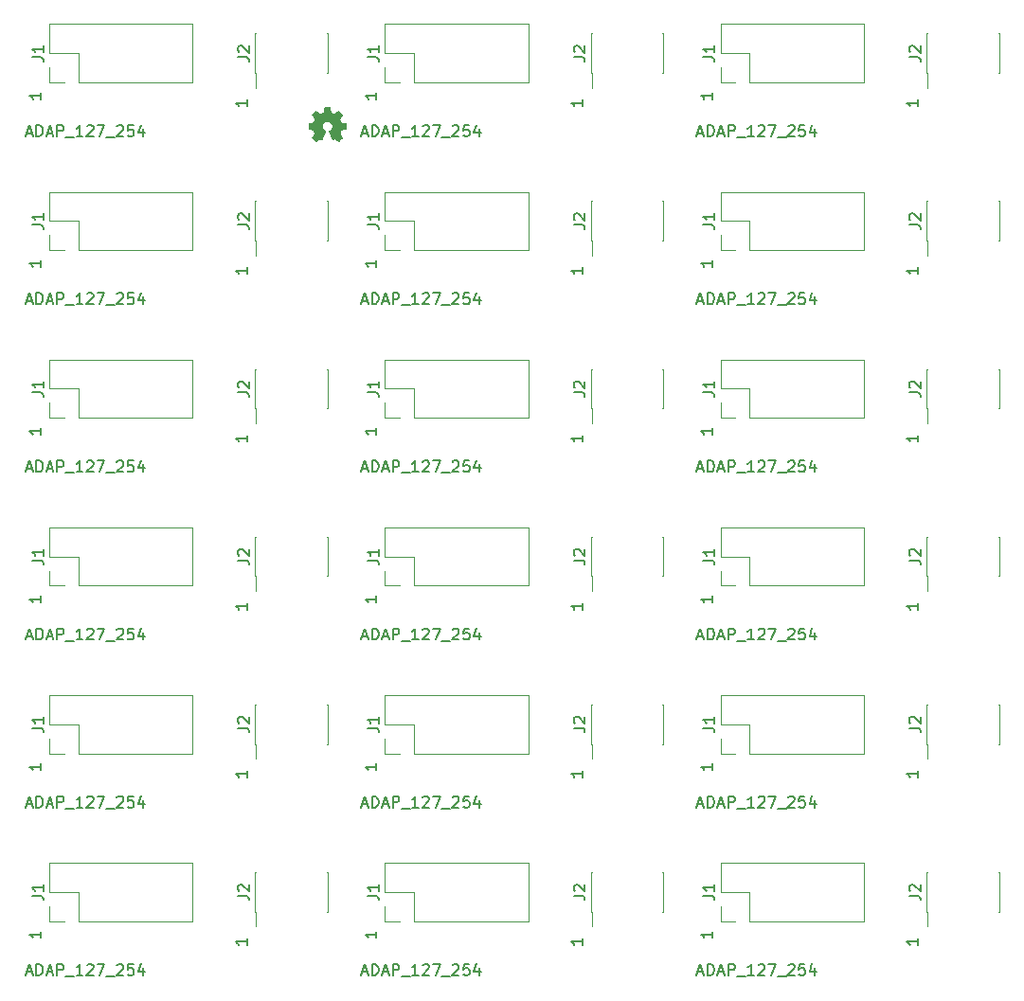
<source format=gbr>
G04 #@! TF.GenerationSoftware,KiCad,Pcbnew,5.1.5-52549c5~86~ubuntu18.04.1*
G04 #@! TF.CreationDate,2020-06-02T01:28:18-05:00*
G04 #@! TF.ProjectId,adap_127_254_panel,61646170-5f31-4323-975f-3235345f7061,rev?*
G04 #@! TF.SameCoordinates,Original*
G04 #@! TF.FileFunction,Legend,Top*
G04 #@! TF.FilePolarity,Positive*
%FSLAX46Y46*%
G04 Gerber Fmt 4.6, Leading zero omitted, Abs format (unit mm)*
G04 Created by KiCad (PCBNEW 5.1.5-52549c5~86~ubuntu18.04.1) date 2020-06-02 01:28:18*
%MOMM*%
%LPD*%
G04 APERTURE LIST*
%ADD10C,0.150000*%
%ADD11C,0.120000*%
%ADD12C,0.010000*%
G04 APERTURE END LIST*
D10*
X153162380Y-133769285D02*
X153162380Y-134340714D01*
X153162380Y-134055000D02*
X152162380Y-134055000D01*
X152305238Y-134150238D01*
X152400476Y-134245476D01*
X152448095Y-134340714D01*
X123162380Y-133769285D02*
X123162380Y-134340714D01*
X123162380Y-134055000D02*
X122162380Y-134055000D01*
X122305238Y-134150238D01*
X122400476Y-134245476D01*
X122448095Y-134340714D01*
X93162380Y-133769285D02*
X93162380Y-134340714D01*
X93162380Y-134055000D02*
X92162380Y-134055000D01*
X92305238Y-134150238D01*
X92400476Y-134245476D01*
X92448095Y-134340714D01*
X153162380Y-118769285D02*
X153162380Y-119340714D01*
X153162380Y-119055000D02*
X152162380Y-119055000D01*
X152305238Y-119150238D01*
X152400476Y-119245476D01*
X152448095Y-119340714D01*
X123162380Y-118769285D02*
X123162380Y-119340714D01*
X123162380Y-119055000D02*
X122162380Y-119055000D01*
X122305238Y-119150238D01*
X122400476Y-119245476D01*
X122448095Y-119340714D01*
X93162380Y-118769285D02*
X93162380Y-119340714D01*
X93162380Y-119055000D02*
X92162380Y-119055000D01*
X92305238Y-119150238D01*
X92400476Y-119245476D01*
X92448095Y-119340714D01*
X153162380Y-103769285D02*
X153162380Y-104340714D01*
X153162380Y-104055000D02*
X152162380Y-104055000D01*
X152305238Y-104150238D01*
X152400476Y-104245476D01*
X152448095Y-104340714D01*
X123162380Y-103769285D02*
X123162380Y-104340714D01*
X123162380Y-104055000D02*
X122162380Y-104055000D01*
X122305238Y-104150238D01*
X122400476Y-104245476D01*
X122448095Y-104340714D01*
X93162380Y-103769285D02*
X93162380Y-104340714D01*
X93162380Y-104055000D02*
X92162380Y-104055000D01*
X92305238Y-104150238D01*
X92400476Y-104245476D01*
X92448095Y-104340714D01*
X153162380Y-88769285D02*
X153162380Y-89340714D01*
X153162380Y-89055000D02*
X152162380Y-89055000D01*
X152305238Y-89150238D01*
X152400476Y-89245476D01*
X152448095Y-89340714D01*
X123162380Y-88769285D02*
X123162380Y-89340714D01*
X123162380Y-89055000D02*
X122162380Y-89055000D01*
X122305238Y-89150238D01*
X122400476Y-89245476D01*
X122448095Y-89340714D01*
X93162380Y-88769285D02*
X93162380Y-89340714D01*
X93162380Y-89055000D02*
X92162380Y-89055000D01*
X92305238Y-89150238D01*
X92400476Y-89245476D01*
X92448095Y-89340714D01*
X153162380Y-73769285D02*
X153162380Y-74340714D01*
X153162380Y-74055000D02*
X152162380Y-74055000D01*
X152305238Y-74150238D01*
X152400476Y-74245476D01*
X152448095Y-74340714D01*
X123162380Y-73769285D02*
X123162380Y-74340714D01*
X123162380Y-74055000D02*
X122162380Y-74055000D01*
X122305238Y-74150238D01*
X122400476Y-74245476D01*
X122448095Y-74340714D01*
X93162380Y-73769285D02*
X93162380Y-74340714D01*
X93162380Y-74055000D02*
X92162380Y-74055000D01*
X92305238Y-74150238D01*
X92400476Y-74245476D01*
X92448095Y-74340714D01*
X153162380Y-58769285D02*
X153162380Y-59340714D01*
X153162380Y-59055000D02*
X152162380Y-59055000D01*
X152305238Y-59150238D01*
X152400476Y-59245476D01*
X152448095Y-59340714D01*
X123162380Y-58769285D02*
X123162380Y-59340714D01*
X123162380Y-59055000D02*
X122162380Y-59055000D01*
X122305238Y-59150238D01*
X122400476Y-59245476D01*
X122448095Y-59340714D01*
X134747380Y-133134285D02*
X134747380Y-133705714D01*
X134747380Y-133420000D02*
X133747380Y-133420000D01*
X133890238Y-133515238D01*
X133985476Y-133610476D01*
X134033095Y-133705714D01*
X104747380Y-133134285D02*
X104747380Y-133705714D01*
X104747380Y-133420000D02*
X103747380Y-133420000D01*
X103890238Y-133515238D01*
X103985476Y-133610476D01*
X104033095Y-133705714D01*
X74747380Y-133134285D02*
X74747380Y-133705714D01*
X74747380Y-133420000D02*
X73747380Y-133420000D01*
X73890238Y-133515238D01*
X73985476Y-133610476D01*
X74033095Y-133705714D01*
X134747380Y-118134285D02*
X134747380Y-118705714D01*
X134747380Y-118420000D02*
X133747380Y-118420000D01*
X133890238Y-118515238D01*
X133985476Y-118610476D01*
X134033095Y-118705714D01*
X104747380Y-118134285D02*
X104747380Y-118705714D01*
X104747380Y-118420000D02*
X103747380Y-118420000D01*
X103890238Y-118515238D01*
X103985476Y-118610476D01*
X104033095Y-118705714D01*
X74747380Y-118134285D02*
X74747380Y-118705714D01*
X74747380Y-118420000D02*
X73747380Y-118420000D01*
X73890238Y-118515238D01*
X73985476Y-118610476D01*
X74033095Y-118705714D01*
X134747380Y-103134285D02*
X134747380Y-103705714D01*
X134747380Y-103420000D02*
X133747380Y-103420000D01*
X133890238Y-103515238D01*
X133985476Y-103610476D01*
X134033095Y-103705714D01*
X104747380Y-103134285D02*
X104747380Y-103705714D01*
X104747380Y-103420000D02*
X103747380Y-103420000D01*
X103890238Y-103515238D01*
X103985476Y-103610476D01*
X104033095Y-103705714D01*
X74747380Y-103134285D02*
X74747380Y-103705714D01*
X74747380Y-103420000D02*
X73747380Y-103420000D01*
X73890238Y-103515238D01*
X73985476Y-103610476D01*
X74033095Y-103705714D01*
X134747380Y-88134285D02*
X134747380Y-88705714D01*
X134747380Y-88420000D02*
X133747380Y-88420000D01*
X133890238Y-88515238D01*
X133985476Y-88610476D01*
X134033095Y-88705714D01*
X104747380Y-88134285D02*
X104747380Y-88705714D01*
X104747380Y-88420000D02*
X103747380Y-88420000D01*
X103890238Y-88515238D01*
X103985476Y-88610476D01*
X104033095Y-88705714D01*
X74747380Y-88134285D02*
X74747380Y-88705714D01*
X74747380Y-88420000D02*
X73747380Y-88420000D01*
X73890238Y-88515238D01*
X73985476Y-88610476D01*
X74033095Y-88705714D01*
X134747380Y-73134285D02*
X134747380Y-73705714D01*
X134747380Y-73420000D02*
X133747380Y-73420000D01*
X133890238Y-73515238D01*
X133985476Y-73610476D01*
X134033095Y-73705714D01*
X104747380Y-73134285D02*
X104747380Y-73705714D01*
X104747380Y-73420000D02*
X103747380Y-73420000D01*
X103890238Y-73515238D01*
X103985476Y-73610476D01*
X104033095Y-73705714D01*
X74747380Y-73134285D02*
X74747380Y-73705714D01*
X74747380Y-73420000D02*
X73747380Y-73420000D01*
X73890238Y-73515238D01*
X73985476Y-73610476D01*
X74033095Y-73705714D01*
X134747380Y-58134285D02*
X134747380Y-58705714D01*
X134747380Y-58420000D02*
X133747380Y-58420000D01*
X133890238Y-58515238D01*
X133985476Y-58610476D01*
X134033095Y-58705714D01*
X104747380Y-58134285D02*
X104747380Y-58705714D01*
X104747380Y-58420000D02*
X103747380Y-58420000D01*
X103890238Y-58515238D01*
X103985476Y-58610476D01*
X104033095Y-58705714D01*
X133454285Y-136761666D02*
X133930476Y-136761666D01*
X133359047Y-137047380D02*
X133692380Y-136047380D01*
X134025714Y-137047380D01*
X134359047Y-137047380D02*
X134359047Y-136047380D01*
X134597142Y-136047380D01*
X134740000Y-136095000D01*
X134835238Y-136190238D01*
X134882857Y-136285476D01*
X134930476Y-136475952D01*
X134930476Y-136618809D01*
X134882857Y-136809285D01*
X134835238Y-136904523D01*
X134740000Y-136999761D01*
X134597142Y-137047380D01*
X134359047Y-137047380D01*
X135311428Y-136761666D02*
X135787619Y-136761666D01*
X135216190Y-137047380D02*
X135549523Y-136047380D01*
X135882857Y-137047380D01*
X136216190Y-137047380D02*
X136216190Y-136047380D01*
X136597142Y-136047380D01*
X136692380Y-136095000D01*
X136740000Y-136142619D01*
X136787619Y-136237857D01*
X136787619Y-136380714D01*
X136740000Y-136475952D01*
X136692380Y-136523571D01*
X136597142Y-136571190D01*
X136216190Y-136571190D01*
X136978095Y-137142619D02*
X137740000Y-137142619D01*
X138501904Y-137047380D02*
X137930476Y-137047380D01*
X138216190Y-137047380D02*
X138216190Y-136047380D01*
X138120952Y-136190238D01*
X138025714Y-136285476D01*
X137930476Y-136333095D01*
X138882857Y-136142619D02*
X138930476Y-136095000D01*
X139025714Y-136047380D01*
X139263809Y-136047380D01*
X139359047Y-136095000D01*
X139406666Y-136142619D01*
X139454285Y-136237857D01*
X139454285Y-136333095D01*
X139406666Y-136475952D01*
X138835238Y-137047380D01*
X139454285Y-137047380D01*
X139787619Y-136047380D02*
X140454285Y-136047380D01*
X140025714Y-137047380D01*
X140597142Y-137142619D02*
X141359047Y-137142619D01*
X141549523Y-136142619D02*
X141597142Y-136095000D01*
X141692380Y-136047380D01*
X141930476Y-136047380D01*
X142025714Y-136095000D01*
X142073333Y-136142619D01*
X142120952Y-136237857D01*
X142120952Y-136333095D01*
X142073333Y-136475952D01*
X141501904Y-137047380D01*
X142120952Y-137047380D01*
X143025714Y-136047380D02*
X142549523Y-136047380D01*
X142501904Y-136523571D01*
X142549523Y-136475952D01*
X142644761Y-136428333D01*
X142882857Y-136428333D01*
X142978095Y-136475952D01*
X143025714Y-136523571D01*
X143073333Y-136618809D01*
X143073333Y-136856904D01*
X143025714Y-136952142D01*
X142978095Y-136999761D01*
X142882857Y-137047380D01*
X142644761Y-137047380D01*
X142549523Y-136999761D01*
X142501904Y-136952142D01*
X143930476Y-136380714D02*
X143930476Y-137047380D01*
X143692380Y-135999761D02*
X143454285Y-136714047D01*
X144073333Y-136714047D01*
X103454285Y-136761666D02*
X103930476Y-136761666D01*
X103359047Y-137047380D02*
X103692380Y-136047380D01*
X104025714Y-137047380D01*
X104359047Y-137047380D02*
X104359047Y-136047380D01*
X104597142Y-136047380D01*
X104740000Y-136095000D01*
X104835238Y-136190238D01*
X104882857Y-136285476D01*
X104930476Y-136475952D01*
X104930476Y-136618809D01*
X104882857Y-136809285D01*
X104835238Y-136904523D01*
X104740000Y-136999761D01*
X104597142Y-137047380D01*
X104359047Y-137047380D01*
X105311428Y-136761666D02*
X105787619Y-136761666D01*
X105216190Y-137047380D02*
X105549523Y-136047380D01*
X105882857Y-137047380D01*
X106216190Y-137047380D02*
X106216190Y-136047380D01*
X106597142Y-136047380D01*
X106692380Y-136095000D01*
X106740000Y-136142619D01*
X106787619Y-136237857D01*
X106787619Y-136380714D01*
X106740000Y-136475952D01*
X106692380Y-136523571D01*
X106597142Y-136571190D01*
X106216190Y-136571190D01*
X106978095Y-137142619D02*
X107740000Y-137142619D01*
X108501904Y-137047380D02*
X107930476Y-137047380D01*
X108216190Y-137047380D02*
X108216190Y-136047380D01*
X108120952Y-136190238D01*
X108025714Y-136285476D01*
X107930476Y-136333095D01*
X108882857Y-136142619D02*
X108930476Y-136095000D01*
X109025714Y-136047380D01*
X109263809Y-136047380D01*
X109359047Y-136095000D01*
X109406666Y-136142619D01*
X109454285Y-136237857D01*
X109454285Y-136333095D01*
X109406666Y-136475952D01*
X108835238Y-137047380D01*
X109454285Y-137047380D01*
X109787619Y-136047380D02*
X110454285Y-136047380D01*
X110025714Y-137047380D01*
X110597142Y-137142619D02*
X111359047Y-137142619D01*
X111549523Y-136142619D02*
X111597142Y-136095000D01*
X111692380Y-136047380D01*
X111930476Y-136047380D01*
X112025714Y-136095000D01*
X112073333Y-136142619D01*
X112120952Y-136237857D01*
X112120952Y-136333095D01*
X112073333Y-136475952D01*
X111501904Y-137047380D01*
X112120952Y-137047380D01*
X113025714Y-136047380D02*
X112549523Y-136047380D01*
X112501904Y-136523571D01*
X112549523Y-136475952D01*
X112644761Y-136428333D01*
X112882857Y-136428333D01*
X112978095Y-136475952D01*
X113025714Y-136523571D01*
X113073333Y-136618809D01*
X113073333Y-136856904D01*
X113025714Y-136952142D01*
X112978095Y-136999761D01*
X112882857Y-137047380D01*
X112644761Y-137047380D01*
X112549523Y-136999761D01*
X112501904Y-136952142D01*
X113930476Y-136380714D02*
X113930476Y-137047380D01*
X113692380Y-135999761D02*
X113454285Y-136714047D01*
X114073333Y-136714047D01*
X73454285Y-136761666D02*
X73930476Y-136761666D01*
X73359047Y-137047380D02*
X73692380Y-136047380D01*
X74025714Y-137047380D01*
X74359047Y-137047380D02*
X74359047Y-136047380D01*
X74597142Y-136047380D01*
X74740000Y-136095000D01*
X74835238Y-136190238D01*
X74882857Y-136285476D01*
X74930476Y-136475952D01*
X74930476Y-136618809D01*
X74882857Y-136809285D01*
X74835238Y-136904523D01*
X74740000Y-136999761D01*
X74597142Y-137047380D01*
X74359047Y-137047380D01*
X75311428Y-136761666D02*
X75787619Y-136761666D01*
X75216190Y-137047380D02*
X75549523Y-136047380D01*
X75882857Y-137047380D01*
X76216190Y-137047380D02*
X76216190Y-136047380D01*
X76597142Y-136047380D01*
X76692380Y-136095000D01*
X76740000Y-136142619D01*
X76787619Y-136237857D01*
X76787619Y-136380714D01*
X76740000Y-136475952D01*
X76692380Y-136523571D01*
X76597142Y-136571190D01*
X76216190Y-136571190D01*
X76978095Y-137142619D02*
X77740000Y-137142619D01*
X78501904Y-137047380D02*
X77930476Y-137047380D01*
X78216190Y-137047380D02*
X78216190Y-136047380D01*
X78120952Y-136190238D01*
X78025714Y-136285476D01*
X77930476Y-136333095D01*
X78882857Y-136142619D02*
X78930476Y-136095000D01*
X79025714Y-136047380D01*
X79263809Y-136047380D01*
X79359047Y-136095000D01*
X79406666Y-136142619D01*
X79454285Y-136237857D01*
X79454285Y-136333095D01*
X79406666Y-136475952D01*
X78835238Y-137047380D01*
X79454285Y-137047380D01*
X79787619Y-136047380D02*
X80454285Y-136047380D01*
X80025714Y-137047380D01*
X80597142Y-137142619D02*
X81359047Y-137142619D01*
X81549523Y-136142619D02*
X81597142Y-136095000D01*
X81692380Y-136047380D01*
X81930476Y-136047380D01*
X82025714Y-136095000D01*
X82073333Y-136142619D01*
X82120952Y-136237857D01*
X82120952Y-136333095D01*
X82073333Y-136475952D01*
X81501904Y-137047380D01*
X82120952Y-137047380D01*
X83025714Y-136047380D02*
X82549523Y-136047380D01*
X82501904Y-136523571D01*
X82549523Y-136475952D01*
X82644761Y-136428333D01*
X82882857Y-136428333D01*
X82978095Y-136475952D01*
X83025714Y-136523571D01*
X83073333Y-136618809D01*
X83073333Y-136856904D01*
X83025714Y-136952142D01*
X82978095Y-136999761D01*
X82882857Y-137047380D01*
X82644761Y-137047380D01*
X82549523Y-136999761D01*
X82501904Y-136952142D01*
X83930476Y-136380714D02*
X83930476Y-137047380D01*
X83692380Y-135999761D02*
X83454285Y-136714047D01*
X84073333Y-136714047D01*
X133454285Y-121761666D02*
X133930476Y-121761666D01*
X133359047Y-122047380D02*
X133692380Y-121047380D01*
X134025714Y-122047380D01*
X134359047Y-122047380D02*
X134359047Y-121047380D01*
X134597142Y-121047380D01*
X134740000Y-121095000D01*
X134835238Y-121190238D01*
X134882857Y-121285476D01*
X134930476Y-121475952D01*
X134930476Y-121618809D01*
X134882857Y-121809285D01*
X134835238Y-121904523D01*
X134740000Y-121999761D01*
X134597142Y-122047380D01*
X134359047Y-122047380D01*
X135311428Y-121761666D02*
X135787619Y-121761666D01*
X135216190Y-122047380D02*
X135549523Y-121047380D01*
X135882857Y-122047380D01*
X136216190Y-122047380D02*
X136216190Y-121047380D01*
X136597142Y-121047380D01*
X136692380Y-121095000D01*
X136740000Y-121142619D01*
X136787619Y-121237857D01*
X136787619Y-121380714D01*
X136740000Y-121475952D01*
X136692380Y-121523571D01*
X136597142Y-121571190D01*
X136216190Y-121571190D01*
X136978095Y-122142619D02*
X137740000Y-122142619D01*
X138501904Y-122047380D02*
X137930476Y-122047380D01*
X138216190Y-122047380D02*
X138216190Y-121047380D01*
X138120952Y-121190238D01*
X138025714Y-121285476D01*
X137930476Y-121333095D01*
X138882857Y-121142619D02*
X138930476Y-121095000D01*
X139025714Y-121047380D01*
X139263809Y-121047380D01*
X139359047Y-121095000D01*
X139406666Y-121142619D01*
X139454285Y-121237857D01*
X139454285Y-121333095D01*
X139406666Y-121475952D01*
X138835238Y-122047380D01*
X139454285Y-122047380D01*
X139787619Y-121047380D02*
X140454285Y-121047380D01*
X140025714Y-122047380D01*
X140597142Y-122142619D02*
X141359047Y-122142619D01*
X141549523Y-121142619D02*
X141597142Y-121095000D01*
X141692380Y-121047380D01*
X141930476Y-121047380D01*
X142025714Y-121095000D01*
X142073333Y-121142619D01*
X142120952Y-121237857D01*
X142120952Y-121333095D01*
X142073333Y-121475952D01*
X141501904Y-122047380D01*
X142120952Y-122047380D01*
X143025714Y-121047380D02*
X142549523Y-121047380D01*
X142501904Y-121523571D01*
X142549523Y-121475952D01*
X142644761Y-121428333D01*
X142882857Y-121428333D01*
X142978095Y-121475952D01*
X143025714Y-121523571D01*
X143073333Y-121618809D01*
X143073333Y-121856904D01*
X143025714Y-121952142D01*
X142978095Y-121999761D01*
X142882857Y-122047380D01*
X142644761Y-122047380D01*
X142549523Y-121999761D01*
X142501904Y-121952142D01*
X143930476Y-121380714D02*
X143930476Y-122047380D01*
X143692380Y-120999761D02*
X143454285Y-121714047D01*
X144073333Y-121714047D01*
X103454285Y-121761666D02*
X103930476Y-121761666D01*
X103359047Y-122047380D02*
X103692380Y-121047380D01*
X104025714Y-122047380D01*
X104359047Y-122047380D02*
X104359047Y-121047380D01*
X104597142Y-121047380D01*
X104740000Y-121095000D01*
X104835238Y-121190238D01*
X104882857Y-121285476D01*
X104930476Y-121475952D01*
X104930476Y-121618809D01*
X104882857Y-121809285D01*
X104835238Y-121904523D01*
X104740000Y-121999761D01*
X104597142Y-122047380D01*
X104359047Y-122047380D01*
X105311428Y-121761666D02*
X105787619Y-121761666D01*
X105216190Y-122047380D02*
X105549523Y-121047380D01*
X105882857Y-122047380D01*
X106216190Y-122047380D02*
X106216190Y-121047380D01*
X106597142Y-121047380D01*
X106692380Y-121095000D01*
X106740000Y-121142619D01*
X106787619Y-121237857D01*
X106787619Y-121380714D01*
X106740000Y-121475952D01*
X106692380Y-121523571D01*
X106597142Y-121571190D01*
X106216190Y-121571190D01*
X106978095Y-122142619D02*
X107740000Y-122142619D01*
X108501904Y-122047380D02*
X107930476Y-122047380D01*
X108216190Y-122047380D02*
X108216190Y-121047380D01*
X108120952Y-121190238D01*
X108025714Y-121285476D01*
X107930476Y-121333095D01*
X108882857Y-121142619D02*
X108930476Y-121095000D01*
X109025714Y-121047380D01*
X109263809Y-121047380D01*
X109359047Y-121095000D01*
X109406666Y-121142619D01*
X109454285Y-121237857D01*
X109454285Y-121333095D01*
X109406666Y-121475952D01*
X108835238Y-122047380D01*
X109454285Y-122047380D01*
X109787619Y-121047380D02*
X110454285Y-121047380D01*
X110025714Y-122047380D01*
X110597142Y-122142619D02*
X111359047Y-122142619D01*
X111549523Y-121142619D02*
X111597142Y-121095000D01*
X111692380Y-121047380D01*
X111930476Y-121047380D01*
X112025714Y-121095000D01*
X112073333Y-121142619D01*
X112120952Y-121237857D01*
X112120952Y-121333095D01*
X112073333Y-121475952D01*
X111501904Y-122047380D01*
X112120952Y-122047380D01*
X113025714Y-121047380D02*
X112549523Y-121047380D01*
X112501904Y-121523571D01*
X112549523Y-121475952D01*
X112644761Y-121428333D01*
X112882857Y-121428333D01*
X112978095Y-121475952D01*
X113025714Y-121523571D01*
X113073333Y-121618809D01*
X113073333Y-121856904D01*
X113025714Y-121952142D01*
X112978095Y-121999761D01*
X112882857Y-122047380D01*
X112644761Y-122047380D01*
X112549523Y-121999761D01*
X112501904Y-121952142D01*
X113930476Y-121380714D02*
X113930476Y-122047380D01*
X113692380Y-120999761D02*
X113454285Y-121714047D01*
X114073333Y-121714047D01*
X73454285Y-121761666D02*
X73930476Y-121761666D01*
X73359047Y-122047380D02*
X73692380Y-121047380D01*
X74025714Y-122047380D01*
X74359047Y-122047380D02*
X74359047Y-121047380D01*
X74597142Y-121047380D01*
X74740000Y-121095000D01*
X74835238Y-121190238D01*
X74882857Y-121285476D01*
X74930476Y-121475952D01*
X74930476Y-121618809D01*
X74882857Y-121809285D01*
X74835238Y-121904523D01*
X74740000Y-121999761D01*
X74597142Y-122047380D01*
X74359047Y-122047380D01*
X75311428Y-121761666D02*
X75787619Y-121761666D01*
X75216190Y-122047380D02*
X75549523Y-121047380D01*
X75882857Y-122047380D01*
X76216190Y-122047380D02*
X76216190Y-121047380D01*
X76597142Y-121047380D01*
X76692380Y-121095000D01*
X76740000Y-121142619D01*
X76787619Y-121237857D01*
X76787619Y-121380714D01*
X76740000Y-121475952D01*
X76692380Y-121523571D01*
X76597142Y-121571190D01*
X76216190Y-121571190D01*
X76978095Y-122142619D02*
X77740000Y-122142619D01*
X78501904Y-122047380D02*
X77930476Y-122047380D01*
X78216190Y-122047380D02*
X78216190Y-121047380D01*
X78120952Y-121190238D01*
X78025714Y-121285476D01*
X77930476Y-121333095D01*
X78882857Y-121142619D02*
X78930476Y-121095000D01*
X79025714Y-121047380D01*
X79263809Y-121047380D01*
X79359047Y-121095000D01*
X79406666Y-121142619D01*
X79454285Y-121237857D01*
X79454285Y-121333095D01*
X79406666Y-121475952D01*
X78835238Y-122047380D01*
X79454285Y-122047380D01*
X79787619Y-121047380D02*
X80454285Y-121047380D01*
X80025714Y-122047380D01*
X80597142Y-122142619D02*
X81359047Y-122142619D01*
X81549523Y-121142619D02*
X81597142Y-121095000D01*
X81692380Y-121047380D01*
X81930476Y-121047380D01*
X82025714Y-121095000D01*
X82073333Y-121142619D01*
X82120952Y-121237857D01*
X82120952Y-121333095D01*
X82073333Y-121475952D01*
X81501904Y-122047380D01*
X82120952Y-122047380D01*
X83025714Y-121047380D02*
X82549523Y-121047380D01*
X82501904Y-121523571D01*
X82549523Y-121475952D01*
X82644761Y-121428333D01*
X82882857Y-121428333D01*
X82978095Y-121475952D01*
X83025714Y-121523571D01*
X83073333Y-121618809D01*
X83073333Y-121856904D01*
X83025714Y-121952142D01*
X82978095Y-121999761D01*
X82882857Y-122047380D01*
X82644761Y-122047380D01*
X82549523Y-121999761D01*
X82501904Y-121952142D01*
X83930476Y-121380714D02*
X83930476Y-122047380D01*
X83692380Y-120999761D02*
X83454285Y-121714047D01*
X84073333Y-121714047D01*
X133454285Y-106761666D02*
X133930476Y-106761666D01*
X133359047Y-107047380D02*
X133692380Y-106047380D01*
X134025714Y-107047380D01*
X134359047Y-107047380D02*
X134359047Y-106047380D01*
X134597142Y-106047380D01*
X134740000Y-106095000D01*
X134835238Y-106190238D01*
X134882857Y-106285476D01*
X134930476Y-106475952D01*
X134930476Y-106618809D01*
X134882857Y-106809285D01*
X134835238Y-106904523D01*
X134740000Y-106999761D01*
X134597142Y-107047380D01*
X134359047Y-107047380D01*
X135311428Y-106761666D02*
X135787619Y-106761666D01*
X135216190Y-107047380D02*
X135549523Y-106047380D01*
X135882857Y-107047380D01*
X136216190Y-107047380D02*
X136216190Y-106047380D01*
X136597142Y-106047380D01*
X136692380Y-106095000D01*
X136740000Y-106142619D01*
X136787619Y-106237857D01*
X136787619Y-106380714D01*
X136740000Y-106475952D01*
X136692380Y-106523571D01*
X136597142Y-106571190D01*
X136216190Y-106571190D01*
X136978095Y-107142619D02*
X137740000Y-107142619D01*
X138501904Y-107047380D02*
X137930476Y-107047380D01*
X138216190Y-107047380D02*
X138216190Y-106047380D01*
X138120952Y-106190238D01*
X138025714Y-106285476D01*
X137930476Y-106333095D01*
X138882857Y-106142619D02*
X138930476Y-106095000D01*
X139025714Y-106047380D01*
X139263809Y-106047380D01*
X139359047Y-106095000D01*
X139406666Y-106142619D01*
X139454285Y-106237857D01*
X139454285Y-106333095D01*
X139406666Y-106475952D01*
X138835238Y-107047380D01*
X139454285Y-107047380D01*
X139787619Y-106047380D02*
X140454285Y-106047380D01*
X140025714Y-107047380D01*
X140597142Y-107142619D02*
X141359047Y-107142619D01*
X141549523Y-106142619D02*
X141597142Y-106095000D01*
X141692380Y-106047380D01*
X141930476Y-106047380D01*
X142025714Y-106095000D01*
X142073333Y-106142619D01*
X142120952Y-106237857D01*
X142120952Y-106333095D01*
X142073333Y-106475952D01*
X141501904Y-107047380D01*
X142120952Y-107047380D01*
X143025714Y-106047380D02*
X142549523Y-106047380D01*
X142501904Y-106523571D01*
X142549523Y-106475952D01*
X142644761Y-106428333D01*
X142882857Y-106428333D01*
X142978095Y-106475952D01*
X143025714Y-106523571D01*
X143073333Y-106618809D01*
X143073333Y-106856904D01*
X143025714Y-106952142D01*
X142978095Y-106999761D01*
X142882857Y-107047380D01*
X142644761Y-107047380D01*
X142549523Y-106999761D01*
X142501904Y-106952142D01*
X143930476Y-106380714D02*
X143930476Y-107047380D01*
X143692380Y-105999761D02*
X143454285Y-106714047D01*
X144073333Y-106714047D01*
X103454285Y-106761666D02*
X103930476Y-106761666D01*
X103359047Y-107047380D02*
X103692380Y-106047380D01*
X104025714Y-107047380D01*
X104359047Y-107047380D02*
X104359047Y-106047380D01*
X104597142Y-106047380D01*
X104740000Y-106095000D01*
X104835238Y-106190238D01*
X104882857Y-106285476D01*
X104930476Y-106475952D01*
X104930476Y-106618809D01*
X104882857Y-106809285D01*
X104835238Y-106904523D01*
X104740000Y-106999761D01*
X104597142Y-107047380D01*
X104359047Y-107047380D01*
X105311428Y-106761666D02*
X105787619Y-106761666D01*
X105216190Y-107047380D02*
X105549523Y-106047380D01*
X105882857Y-107047380D01*
X106216190Y-107047380D02*
X106216190Y-106047380D01*
X106597142Y-106047380D01*
X106692380Y-106095000D01*
X106740000Y-106142619D01*
X106787619Y-106237857D01*
X106787619Y-106380714D01*
X106740000Y-106475952D01*
X106692380Y-106523571D01*
X106597142Y-106571190D01*
X106216190Y-106571190D01*
X106978095Y-107142619D02*
X107740000Y-107142619D01*
X108501904Y-107047380D02*
X107930476Y-107047380D01*
X108216190Y-107047380D02*
X108216190Y-106047380D01*
X108120952Y-106190238D01*
X108025714Y-106285476D01*
X107930476Y-106333095D01*
X108882857Y-106142619D02*
X108930476Y-106095000D01*
X109025714Y-106047380D01*
X109263809Y-106047380D01*
X109359047Y-106095000D01*
X109406666Y-106142619D01*
X109454285Y-106237857D01*
X109454285Y-106333095D01*
X109406666Y-106475952D01*
X108835238Y-107047380D01*
X109454285Y-107047380D01*
X109787619Y-106047380D02*
X110454285Y-106047380D01*
X110025714Y-107047380D01*
X110597142Y-107142619D02*
X111359047Y-107142619D01*
X111549523Y-106142619D02*
X111597142Y-106095000D01*
X111692380Y-106047380D01*
X111930476Y-106047380D01*
X112025714Y-106095000D01*
X112073333Y-106142619D01*
X112120952Y-106237857D01*
X112120952Y-106333095D01*
X112073333Y-106475952D01*
X111501904Y-107047380D01*
X112120952Y-107047380D01*
X113025714Y-106047380D02*
X112549523Y-106047380D01*
X112501904Y-106523571D01*
X112549523Y-106475952D01*
X112644761Y-106428333D01*
X112882857Y-106428333D01*
X112978095Y-106475952D01*
X113025714Y-106523571D01*
X113073333Y-106618809D01*
X113073333Y-106856904D01*
X113025714Y-106952142D01*
X112978095Y-106999761D01*
X112882857Y-107047380D01*
X112644761Y-107047380D01*
X112549523Y-106999761D01*
X112501904Y-106952142D01*
X113930476Y-106380714D02*
X113930476Y-107047380D01*
X113692380Y-105999761D02*
X113454285Y-106714047D01*
X114073333Y-106714047D01*
X73454285Y-106761666D02*
X73930476Y-106761666D01*
X73359047Y-107047380D02*
X73692380Y-106047380D01*
X74025714Y-107047380D01*
X74359047Y-107047380D02*
X74359047Y-106047380D01*
X74597142Y-106047380D01*
X74740000Y-106095000D01*
X74835238Y-106190238D01*
X74882857Y-106285476D01*
X74930476Y-106475952D01*
X74930476Y-106618809D01*
X74882857Y-106809285D01*
X74835238Y-106904523D01*
X74740000Y-106999761D01*
X74597142Y-107047380D01*
X74359047Y-107047380D01*
X75311428Y-106761666D02*
X75787619Y-106761666D01*
X75216190Y-107047380D02*
X75549523Y-106047380D01*
X75882857Y-107047380D01*
X76216190Y-107047380D02*
X76216190Y-106047380D01*
X76597142Y-106047380D01*
X76692380Y-106095000D01*
X76740000Y-106142619D01*
X76787619Y-106237857D01*
X76787619Y-106380714D01*
X76740000Y-106475952D01*
X76692380Y-106523571D01*
X76597142Y-106571190D01*
X76216190Y-106571190D01*
X76978095Y-107142619D02*
X77740000Y-107142619D01*
X78501904Y-107047380D02*
X77930476Y-107047380D01*
X78216190Y-107047380D02*
X78216190Y-106047380D01*
X78120952Y-106190238D01*
X78025714Y-106285476D01*
X77930476Y-106333095D01*
X78882857Y-106142619D02*
X78930476Y-106095000D01*
X79025714Y-106047380D01*
X79263809Y-106047380D01*
X79359047Y-106095000D01*
X79406666Y-106142619D01*
X79454285Y-106237857D01*
X79454285Y-106333095D01*
X79406666Y-106475952D01*
X78835238Y-107047380D01*
X79454285Y-107047380D01*
X79787619Y-106047380D02*
X80454285Y-106047380D01*
X80025714Y-107047380D01*
X80597142Y-107142619D02*
X81359047Y-107142619D01*
X81549523Y-106142619D02*
X81597142Y-106095000D01*
X81692380Y-106047380D01*
X81930476Y-106047380D01*
X82025714Y-106095000D01*
X82073333Y-106142619D01*
X82120952Y-106237857D01*
X82120952Y-106333095D01*
X82073333Y-106475952D01*
X81501904Y-107047380D01*
X82120952Y-107047380D01*
X83025714Y-106047380D02*
X82549523Y-106047380D01*
X82501904Y-106523571D01*
X82549523Y-106475952D01*
X82644761Y-106428333D01*
X82882857Y-106428333D01*
X82978095Y-106475952D01*
X83025714Y-106523571D01*
X83073333Y-106618809D01*
X83073333Y-106856904D01*
X83025714Y-106952142D01*
X82978095Y-106999761D01*
X82882857Y-107047380D01*
X82644761Y-107047380D01*
X82549523Y-106999761D01*
X82501904Y-106952142D01*
X83930476Y-106380714D02*
X83930476Y-107047380D01*
X83692380Y-105999761D02*
X83454285Y-106714047D01*
X84073333Y-106714047D01*
X133454285Y-91761666D02*
X133930476Y-91761666D01*
X133359047Y-92047380D02*
X133692380Y-91047380D01*
X134025714Y-92047380D01*
X134359047Y-92047380D02*
X134359047Y-91047380D01*
X134597142Y-91047380D01*
X134740000Y-91095000D01*
X134835238Y-91190238D01*
X134882857Y-91285476D01*
X134930476Y-91475952D01*
X134930476Y-91618809D01*
X134882857Y-91809285D01*
X134835238Y-91904523D01*
X134740000Y-91999761D01*
X134597142Y-92047380D01*
X134359047Y-92047380D01*
X135311428Y-91761666D02*
X135787619Y-91761666D01*
X135216190Y-92047380D02*
X135549523Y-91047380D01*
X135882857Y-92047380D01*
X136216190Y-92047380D02*
X136216190Y-91047380D01*
X136597142Y-91047380D01*
X136692380Y-91095000D01*
X136740000Y-91142619D01*
X136787619Y-91237857D01*
X136787619Y-91380714D01*
X136740000Y-91475952D01*
X136692380Y-91523571D01*
X136597142Y-91571190D01*
X136216190Y-91571190D01*
X136978095Y-92142619D02*
X137740000Y-92142619D01*
X138501904Y-92047380D02*
X137930476Y-92047380D01*
X138216190Y-92047380D02*
X138216190Y-91047380D01*
X138120952Y-91190238D01*
X138025714Y-91285476D01*
X137930476Y-91333095D01*
X138882857Y-91142619D02*
X138930476Y-91095000D01*
X139025714Y-91047380D01*
X139263809Y-91047380D01*
X139359047Y-91095000D01*
X139406666Y-91142619D01*
X139454285Y-91237857D01*
X139454285Y-91333095D01*
X139406666Y-91475952D01*
X138835238Y-92047380D01*
X139454285Y-92047380D01*
X139787619Y-91047380D02*
X140454285Y-91047380D01*
X140025714Y-92047380D01*
X140597142Y-92142619D02*
X141359047Y-92142619D01*
X141549523Y-91142619D02*
X141597142Y-91095000D01*
X141692380Y-91047380D01*
X141930476Y-91047380D01*
X142025714Y-91095000D01*
X142073333Y-91142619D01*
X142120952Y-91237857D01*
X142120952Y-91333095D01*
X142073333Y-91475952D01*
X141501904Y-92047380D01*
X142120952Y-92047380D01*
X143025714Y-91047380D02*
X142549523Y-91047380D01*
X142501904Y-91523571D01*
X142549523Y-91475952D01*
X142644761Y-91428333D01*
X142882857Y-91428333D01*
X142978095Y-91475952D01*
X143025714Y-91523571D01*
X143073333Y-91618809D01*
X143073333Y-91856904D01*
X143025714Y-91952142D01*
X142978095Y-91999761D01*
X142882857Y-92047380D01*
X142644761Y-92047380D01*
X142549523Y-91999761D01*
X142501904Y-91952142D01*
X143930476Y-91380714D02*
X143930476Y-92047380D01*
X143692380Y-90999761D02*
X143454285Y-91714047D01*
X144073333Y-91714047D01*
X103454285Y-91761666D02*
X103930476Y-91761666D01*
X103359047Y-92047380D02*
X103692380Y-91047380D01*
X104025714Y-92047380D01*
X104359047Y-92047380D02*
X104359047Y-91047380D01*
X104597142Y-91047380D01*
X104740000Y-91095000D01*
X104835238Y-91190238D01*
X104882857Y-91285476D01*
X104930476Y-91475952D01*
X104930476Y-91618809D01*
X104882857Y-91809285D01*
X104835238Y-91904523D01*
X104740000Y-91999761D01*
X104597142Y-92047380D01*
X104359047Y-92047380D01*
X105311428Y-91761666D02*
X105787619Y-91761666D01*
X105216190Y-92047380D02*
X105549523Y-91047380D01*
X105882857Y-92047380D01*
X106216190Y-92047380D02*
X106216190Y-91047380D01*
X106597142Y-91047380D01*
X106692380Y-91095000D01*
X106740000Y-91142619D01*
X106787619Y-91237857D01*
X106787619Y-91380714D01*
X106740000Y-91475952D01*
X106692380Y-91523571D01*
X106597142Y-91571190D01*
X106216190Y-91571190D01*
X106978095Y-92142619D02*
X107740000Y-92142619D01*
X108501904Y-92047380D02*
X107930476Y-92047380D01*
X108216190Y-92047380D02*
X108216190Y-91047380D01*
X108120952Y-91190238D01*
X108025714Y-91285476D01*
X107930476Y-91333095D01*
X108882857Y-91142619D02*
X108930476Y-91095000D01*
X109025714Y-91047380D01*
X109263809Y-91047380D01*
X109359047Y-91095000D01*
X109406666Y-91142619D01*
X109454285Y-91237857D01*
X109454285Y-91333095D01*
X109406666Y-91475952D01*
X108835238Y-92047380D01*
X109454285Y-92047380D01*
X109787619Y-91047380D02*
X110454285Y-91047380D01*
X110025714Y-92047380D01*
X110597142Y-92142619D02*
X111359047Y-92142619D01*
X111549523Y-91142619D02*
X111597142Y-91095000D01*
X111692380Y-91047380D01*
X111930476Y-91047380D01*
X112025714Y-91095000D01*
X112073333Y-91142619D01*
X112120952Y-91237857D01*
X112120952Y-91333095D01*
X112073333Y-91475952D01*
X111501904Y-92047380D01*
X112120952Y-92047380D01*
X113025714Y-91047380D02*
X112549523Y-91047380D01*
X112501904Y-91523571D01*
X112549523Y-91475952D01*
X112644761Y-91428333D01*
X112882857Y-91428333D01*
X112978095Y-91475952D01*
X113025714Y-91523571D01*
X113073333Y-91618809D01*
X113073333Y-91856904D01*
X113025714Y-91952142D01*
X112978095Y-91999761D01*
X112882857Y-92047380D01*
X112644761Y-92047380D01*
X112549523Y-91999761D01*
X112501904Y-91952142D01*
X113930476Y-91380714D02*
X113930476Y-92047380D01*
X113692380Y-90999761D02*
X113454285Y-91714047D01*
X114073333Y-91714047D01*
X73454285Y-91761666D02*
X73930476Y-91761666D01*
X73359047Y-92047380D02*
X73692380Y-91047380D01*
X74025714Y-92047380D01*
X74359047Y-92047380D02*
X74359047Y-91047380D01*
X74597142Y-91047380D01*
X74740000Y-91095000D01*
X74835238Y-91190238D01*
X74882857Y-91285476D01*
X74930476Y-91475952D01*
X74930476Y-91618809D01*
X74882857Y-91809285D01*
X74835238Y-91904523D01*
X74740000Y-91999761D01*
X74597142Y-92047380D01*
X74359047Y-92047380D01*
X75311428Y-91761666D02*
X75787619Y-91761666D01*
X75216190Y-92047380D02*
X75549523Y-91047380D01*
X75882857Y-92047380D01*
X76216190Y-92047380D02*
X76216190Y-91047380D01*
X76597142Y-91047380D01*
X76692380Y-91095000D01*
X76740000Y-91142619D01*
X76787619Y-91237857D01*
X76787619Y-91380714D01*
X76740000Y-91475952D01*
X76692380Y-91523571D01*
X76597142Y-91571190D01*
X76216190Y-91571190D01*
X76978095Y-92142619D02*
X77740000Y-92142619D01*
X78501904Y-92047380D02*
X77930476Y-92047380D01*
X78216190Y-92047380D02*
X78216190Y-91047380D01*
X78120952Y-91190238D01*
X78025714Y-91285476D01*
X77930476Y-91333095D01*
X78882857Y-91142619D02*
X78930476Y-91095000D01*
X79025714Y-91047380D01*
X79263809Y-91047380D01*
X79359047Y-91095000D01*
X79406666Y-91142619D01*
X79454285Y-91237857D01*
X79454285Y-91333095D01*
X79406666Y-91475952D01*
X78835238Y-92047380D01*
X79454285Y-92047380D01*
X79787619Y-91047380D02*
X80454285Y-91047380D01*
X80025714Y-92047380D01*
X80597142Y-92142619D02*
X81359047Y-92142619D01*
X81549523Y-91142619D02*
X81597142Y-91095000D01*
X81692380Y-91047380D01*
X81930476Y-91047380D01*
X82025714Y-91095000D01*
X82073333Y-91142619D01*
X82120952Y-91237857D01*
X82120952Y-91333095D01*
X82073333Y-91475952D01*
X81501904Y-92047380D01*
X82120952Y-92047380D01*
X83025714Y-91047380D02*
X82549523Y-91047380D01*
X82501904Y-91523571D01*
X82549523Y-91475952D01*
X82644761Y-91428333D01*
X82882857Y-91428333D01*
X82978095Y-91475952D01*
X83025714Y-91523571D01*
X83073333Y-91618809D01*
X83073333Y-91856904D01*
X83025714Y-91952142D01*
X82978095Y-91999761D01*
X82882857Y-92047380D01*
X82644761Y-92047380D01*
X82549523Y-91999761D01*
X82501904Y-91952142D01*
X83930476Y-91380714D02*
X83930476Y-92047380D01*
X83692380Y-90999761D02*
X83454285Y-91714047D01*
X84073333Y-91714047D01*
X133454285Y-76761666D02*
X133930476Y-76761666D01*
X133359047Y-77047380D02*
X133692380Y-76047380D01*
X134025714Y-77047380D01*
X134359047Y-77047380D02*
X134359047Y-76047380D01*
X134597142Y-76047380D01*
X134740000Y-76095000D01*
X134835238Y-76190238D01*
X134882857Y-76285476D01*
X134930476Y-76475952D01*
X134930476Y-76618809D01*
X134882857Y-76809285D01*
X134835238Y-76904523D01*
X134740000Y-76999761D01*
X134597142Y-77047380D01*
X134359047Y-77047380D01*
X135311428Y-76761666D02*
X135787619Y-76761666D01*
X135216190Y-77047380D02*
X135549523Y-76047380D01*
X135882857Y-77047380D01*
X136216190Y-77047380D02*
X136216190Y-76047380D01*
X136597142Y-76047380D01*
X136692380Y-76095000D01*
X136740000Y-76142619D01*
X136787619Y-76237857D01*
X136787619Y-76380714D01*
X136740000Y-76475952D01*
X136692380Y-76523571D01*
X136597142Y-76571190D01*
X136216190Y-76571190D01*
X136978095Y-77142619D02*
X137740000Y-77142619D01*
X138501904Y-77047380D02*
X137930476Y-77047380D01*
X138216190Y-77047380D02*
X138216190Y-76047380D01*
X138120952Y-76190238D01*
X138025714Y-76285476D01*
X137930476Y-76333095D01*
X138882857Y-76142619D02*
X138930476Y-76095000D01*
X139025714Y-76047380D01*
X139263809Y-76047380D01*
X139359047Y-76095000D01*
X139406666Y-76142619D01*
X139454285Y-76237857D01*
X139454285Y-76333095D01*
X139406666Y-76475952D01*
X138835238Y-77047380D01*
X139454285Y-77047380D01*
X139787619Y-76047380D02*
X140454285Y-76047380D01*
X140025714Y-77047380D01*
X140597142Y-77142619D02*
X141359047Y-77142619D01*
X141549523Y-76142619D02*
X141597142Y-76095000D01*
X141692380Y-76047380D01*
X141930476Y-76047380D01*
X142025714Y-76095000D01*
X142073333Y-76142619D01*
X142120952Y-76237857D01*
X142120952Y-76333095D01*
X142073333Y-76475952D01*
X141501904Y-77047380D01*
X142120952Y-77047380D01*
X143025714Y-76047380D02*
X142549523Y-76047380D01*
X142501904Y-76523571D01*
X142549523Y-76475952D01*
X142644761Y-76428333D01*
X142882857Y-76428333D01*
X142978095Y-76475952D01*
X143025714Y-76523571D01*
X143073333Y-76618809D01*
X143073333Y-76856904D01*
X143025714Y-76952142D01*
X142978095Y-76999761D01*
X142882857Y-77047380D01*
X142644761Y-77047380D01*
X142549523Y-76999761D01*
X142501904Y-76952142D01*
X143930476Y-76380714D02*
X143930476Y-77047380D01*
X143692380Y-75999761D02*
X143454285Y-76714047D01*
X144073333Y-76714047D01*
X103454285Y-76761666D02*
X103930476Y-76761666D01*
X103359047Y-77047380D02*
X103692380Y-76047380D01*
X104025714Y-77047380D01*
X104359047Y-77047380D02*
X104359047Y-76047380D01*
X104597142Y-76047380D01*
X104740000Y-76095000D01*
X104835238Y-76190238D01*
X104882857Y-76285476D01*
X104930476Y-76475952D01*
X104930476Y-76618809D01*
X104882857Y-76809285D01*
X104835238Y-76904523D01*
X104740000Y-76999761D01*
X104597142Y-77047380D01*
X104359047Y-77047380D01*
X105311428Y-76761666D02*
X105787619Y-76761666D01*
X105216190Y-77047380D02*
X105549523Y-76047380D01*
X105882857Y-77047380D01*
X106216190Y-77047380D02*
X106216190Y-76047380D01*
X106597142Y-76047380D01*
X106692380Y-76095000D01*
X106740000Y-76142619D01*
X106787619Y-76237857D01*
X106787619Y-76380714D01*
X106740000Y-76475952D01*
X106692380Y-76523571D01*
X106597142Y-76571190D01*
X106216190Y-76571190D01*
X106978095Y-77142619D02*
X107740000Y-77142619D01*
X108501904Y-77047380D02*
X107930476Y-77047380D01*
X108216190Y-77047380D02*
X108216190Y-76047380D01*
X108120952Y-76190238D01*
X108025714Y-76285476D01*
X107930476Y-76333095D01*
X108882857Y-76142619D02*
X108930476Y-76095000D01*
X109025714Y-76047380D01*
X109263809Y-76047380D01*
X109359047Y-76095000D01*
X109406666Y-76142619D01*
X109454285Y-76237857D01*
X109454285Y-76333095D01*
X109406666Y-76475952D01*
X108835238Y-77047380D01*
X109454285Y-77047380D01*
X109787619Y-76047380D02*
X110454285Y-76047380D01*
X110025714Y-77047380D01*
X110597142Y-77142619D02*
X111359047Y-77142619D01*
X111549523Y-76142619D02*
X111597142Y-76095000D01*
X111692380Y-76047380D01*
X111930476Y-76047380D01*
X112025714Y-76095000D01*
X112073333Y-76142619D01*
X112120952Y-76237857D01*
X112120952Y-76333095D01*
X112073333Y-76475952D01*
X111501904Y-77047380D01*
X112120952Y-77047380D01*
X113025714Y-76047380D02*
X112549523Y-76047380D01*
X112501904Y-76523571D01*
X112549523Y-76475952D01*
X112644761Y-76428333D01*
X112882857Y-76428333D01*
X112978095Y-76475952D01*
X113025714Y-76523571D01*
X113073333Y-76618809D01*
X113073333Y-76856904D01*
X113025714Y-76952142D01*
X112978095Y-76999761D01*
X112882857Y-77047380D01*
X112644761Y-77047380D01*
X112549523Y-76999761D01*
X112501904Y-76952142D01*
X113930476Y-76380714D02*
X113930476Y-77047380D01*
X113692380Y-75999761D02*
X113454285Y-76714047D01*
X114073333Y-76714047D01*
X73454285Y-76761666D02*
X73930476Y-76761666D01*
X73359047Y-77047380D02*
X73692380Y-76047380D01*
X74025714Y-77047380D01*
X74359047Y-77047380D02*
X74359047Y-76047380D01*
X74597142Y-76047380D01*
X74740000Y-76095000D01*
X74835238Y-76190238D01*
X74882857Y-76285476D01*
X74930476Y-76475952D01*
X74930476Y-76618809D01*
X74882857Y-76809285D01*
X74835238Y-76904523D01*
X74740000Y-76999761D01*
X74597142Y-77047380D01*
X74359047Y-77047380D01*
X75311428Y-76761666D02*
X75787619Y-76761666D01*
X75216190Y-77047380D02*
X75549523Y-76047380D01*
X75882857Y-77047380D01*
X76216190Y-77047380D02*
X76216190Y-76047380D01*
X76597142Y-76047380D01*
X76692380Y-76095000D01*
X76740000Y-76142619D01*
X76787619Y-76237857D01*
X76787619Y-76380714D01*
X76740000Y-76475952D01*
X76692380Y-76523571D01*
X76597142Y-76571190D01*
X76216190Y-76571190D01*
X76978095Y-77142619D02*
X77740000Y-77142619D01*
X78501904Y-77047380D02*
X77930476Y-77047380D01*
X78216190Y-77047380D02*
X78216190Y-76047380D01*
X78120952Y-76190238D01*
X78025714Y-76285476D01*
X77930476Y-76333095D01*
X78882857Y-76142619D02*
X78930476Y-76095000D01*
X79025714Y-76047380D01*
X79263809Y-76047380D01*
X79359047Y-76095000D01*
X79406666Y-76142619D01*
X79454285Y-76237857D01*
X79454285Y-76333095D01*
X79406666Y-76475952D01*
X78835238Y-77047380D01*
X79454285Y-77047380D01*
X79787619Y-76047380D02*
X80454285Y-76047380D01*
X80025714Y-77047380D01*
X80597142Y-77142619D02*
X81359047Y-77142619D01*
X81549523Y-76142619D02*
X81597142Y-76095000D01*
X81692380Y-76047380D01*
X81930476Y-76047380D01*
X82025714Y-76095000D01*
X82073333Y-76142619D01*
X82120952Y-76237857D01*
X82120952Y-76333095D01*
X82073333Y-76475952D01*
X81501904Y-77047380D01*
X82120952Y-77047380D01*
X83025714Y-76047380D02*
X82549523Y-76047380D01*
X82501904Y-76523571D01*
X82549523Y-76475952D01*
X82644761Y-76428333D01*
X82882857Y-76428333D01*
X82978095Y-76475952D01*
X83025714Y-76523571D01*
X83073333Y-76618809D01*
X83073333Y-76856904D01*
X83025714Y-76952142D01*
X82978095Y-76999761D01*
X82882857Y-77047380D01*
X82644761Y-77047380D01*
X82549523Y-76999761D01*
X82501904Y-76952142D01*
X83930476Y-76380714D02*
X83930476Y-77047380D01*
X83692380Y-75999761D02*
X83454285Y-76714047D01*
X84073333Y-76714047D01*
X133454285Y-61761666D02*
X133930476Y-61761666D01*
X133359047Y-62047380D02*
X133692380Y-61047380D01*
X134025714Y-62047380D01*
X134359047Y-62047380D02*
X134359047Y-61047380D01*
X134597142Y-61047380D01*
X134740000Y-61095000D01*
X134835238Y-61190238D01*
X134882857Y-61285476D01*
X134930476Y-61475952D01*
X134930476Y-61618809D01*
X134882857Y-61809285D01*
X134835238Y-61904523D01*
X134740000Y-61999761D01*
X134597142Y-62047380D01*
X134359047Y-62047380D01*
X135311428Y-61761666D02*
X135787619Y-61761666D01*
X135216190Y-62047380D02*
X135549523Y-61047380D01*
X135882857Y-62047380D01*
X136216190Y-62047380D02*
X136216190Y-61047380D01*
X136597142Y-61047380D01*
X136692380Y-61095000D01*
X136740000Y-61142619D01*
X136787619Y-61237857D01*
X136787619Y-61380714D01*
X136740000Y-61475952D01*
X136692380Y-61523571D01*
X136597142Y-61571190D01*
X136216190Y-61571190D01*
X136978095Y-62142619D02*
X137740000Y-62142619D01*
X138501904Y-62047380D02*
X137930476Y-62047380D01*
X138216190Y-62047380D02*
X138216190Y-61047380D01*
X138120952Y-61190238D01*
X138025714Y-61285476D01*
X137930476Y-61333095D01*
X138882857Y-61142619D02*
X138930476Y-61095000D01*
X139025714Y-61047380D01*
X139263809Y-61047380D01*
X139359047Y-61095000D01*
X139406666Y-61142619D01*
X139454285Y-61237857D01*
X139454285Y-61333095D01*
X139406666Y-61475952D01*
X138835238Y-62047380D01*
X139454285Y-62047380D01*
X139787619Y-61047380D02*
X140454285Y-61047380D01*
X140025714Y-62047380D01*
X140597142Y-62142619D02*
X141359047Y-62142619D01*
X141549523Y-61142619D02*
X141597142Y-61095000D01*
X141692380Y-61047380D01*
X141930476Y-61047380D01*
X142025714Y-61095000D01*
X142073333Y-61142619D01*
X142120952Y-61237857D01*
X142120952Y-61333095D01*
X142073333Y-61475952D01*
X141501904Y-62047380D01*
X142120952Y-62047380D01*
X143025714Y-61047380D02*
X142549523Y-61047380D01*
X142501904Y-61523571D01*
X142549523Y-61475952D01*
X142644761Y-61428333D01*
X142882857Y-61428333D01*
X142978095Y-61475952D01*
X143025714Y-61523571D01*
X143073333Y-61618809D01*
X143073333Y-61856904D01*
X143025714Y-61952142D01*
X142978095Y-61999761D01*
X142882857Y-62047380D01*
X142644761Y-62047380D01*
X142549523Y-61999761D01*
X142501904Y-61952142D01*
X143930476Y-61380714D02*
X143930476Y-62047380D01*
X143692380Y-60999761D02*
X143454285Y-61714047D01*
X144073333Y-61714047D01*
X103454285Y-61761666D02*
X103930476Y-61761666D01*
X103359047Y-62047380D02*
X103692380Y-61047380D01*
X104025714Y-62047380D01*
X104359047Y-62047380D02*
X104359047Y-61047380D01*
X104597142Y-61047380D01*
X104740000Y-61095000D01*
X104835238Y-61190238D01*
X104882857Y-61285476D01*
X104930476Y-61475952D01*
X104930476Y-61618809D01*
X104882857Y-61809285D01*
X104835238Y-61904523D01*
X104740000Y-61999761D01*
X104597142Y-62047380D01*
X104359047Y-62047380D01*
X105311428Y-61761666D02*
X105787619Y-61761666D01*
X105216190Y-62047380D02*
X105549523Y-61047380D01*
X105882857Y-62047380D01*
X106216190Y-62047380D02*
X106216190Y-61047380D01*
X106597142Y-61047380D01*
X106692380Y-61095000D01*
X106740000Y-61142619D01*
X106787619Y-61237857D01*
X106787619Y-61380714D01*
X106740000Y-61475952D01*
X106692380Y-61523571D01*
X106597142Y-61571190D01*
X106216190Y-61571190D01*
X106978095Y-62142619D02*
X107740000Y-62142619D01*
X108501904Y-62047380D02*
X107930476Y-62047380D01*
X108216190Y-62047380D02*
X108216190Y-61047380D01*
X108120952Y-61190238D01*
X108025714Y-61285476D01*
X107930476Y-61333095D01*
X108882857Y-61142619D02*
X108930476Y-61095000D01*
X109025714Y-61047380D01*
X109263809Y-61047380D01*
X109359047Y-61095000D01*
X109406666Y-61142619D01*
X109454285Y-61237857D01*
X109454285Y-61333095D01*
X109406666Y-61475952D01*
X108835238Y-62047380D01*
X109454285Y-62047380D01*
X109787619Y-61047380D02*
X110454285Y-61047380D01*
X110025714Y-62047380D01*
X110597142Y-62142619D02*
X111359047Y-62142619D01*
X111549523Y-61142619D02*
X111597142Y-61095000D01*
X111692380Y-61047380D01*
X111930476Y-61047380D01*
X112025714Y-61095000D01*
X112073333Y-61142619D01*
X112120952Y-61237857D01*
X112120952Y-61333095D01*
X112073333Y-61475952D01*
X111501904Y-62047380D01*
X112120952Y-62047380D01*
X113025714Y-61047380D02*
X112549523Y-61047380D01*
X112501904Y-61523571D01*
X112549523Y-61475952D01*
X112644761Y-61428333D01*
X112882857Y-61428333D01*
X112978095Y-61475952D01*
X113025714Y-61523571D01*
X113073333Y-61618809D01*
X113073333Y-61856904D01*
X113025714Y-61952142D01*
X112978095Y-61999761D01*
X112882857Y-62047380D01*
X112644761Y-62047380D01*
X112549523Y-61999761D01*
X112501904Y-61952142D01*
X113930476Y-61380714D02*
X113930476Y-62047380D01*
X113692380Y-60999761D02*
X113454285Y-61714047D01*
X114073333Y-61714047D01*
X73454285Y-61761666D02*
X73930476Y-61761666D01*
X73359047Y-62047380D02*
X73692380Y-61047380D01*
X74025714Y-62047380D01*
X74359047Y-62047380D02*
X74359047Y-61047380D01*
X74597142Y-61047380D01*
X74740000Y-61095000D01*
X74835238Y-61190238D01*
X74882857Y-61285476D01*
X74930476Y-61475952D01*
X74930476Y-61618809D01*
X74882857Y-61809285D01*
X74835238Y-61904523D01*
X74740000Y-61999761D01*
X74597142Y-62047380D01*
X74359047Y-62047380D01*
X75311428Y-61761666D02*
X75787619Y-61761666D01*
X75216190Y-62047380D02*
X75549523Y-61047380D01*
X75882857Y-62047380D01*
X76216190Y-62047380D02*
X76216190Y-61047380D01*
X76597142Y-61047380D01*
X76692380Y-61095000D01*
X76740000Y-61142619D01*
X76787619Y-61237857D01*
X76787619Y-61380714D01*
X76740000Y-61475952D01*
X76692380Y-61523571D01*
X76597142Y-61571190D01*
X76216190Y-61571190D01*
X76978095Y-62142619D02*
X77740000Y-62142619D01*
X78501904Y-62047380D02*
X77930476Y-62047380D01*
X78216190Y-62047380D02*
X78216190Y-61047380D01*
X78120952Y-61190238D01*
X78025714Y-61285476D01*
X77930476Y-61333095D01*
X78882857Y-61142619D02*
X78930476Y-61095000D01*
X79025714Y-61047380D01*
X79263809Y-61047380D01*
X79359047Y-61095000D01*
X79406666Y-61142619D01*
X79454285Y-61237857D01*
X79454285Y-61333095D01*
X79406666Y-61475952D01*
X78835238Y-62047380D01*
X79454285Y-62047380D01*
X79787619Y-61047380D02*
X80454285Y-61047380D01*
X80025714Y-62047380D01*
X80597142Y-62142619D02*
X81359047Y-62142619D01*
X81549523Y-61142619D02*
X81597142Y-61095000D01*
X81692380Y-61047380D01*
X81930476Y-61047380D01*
X82025714Y-61095000D01*
X82073333Y-61142619D01*
X82120952Y-61237857D01*
X82120952Y-61333095D01*
X82073333Y-61475952D01*
X81501904Y-62047380D01*
X82120952Y-62047380D01*
X83025714Y-61047380D02*
X82549523Y-61047380D01*
X82501904Y-61523571D01*
X82549523Y-61475952D01*
X82644761Y-61428333D01*
X82882857Y-61428333D01*
X82978095Y-61475952D01*
X83025714Y-61523571D01*
X83073333Y-61618809D01*
X83073333Y-61856904D01*
X83025714Y-61952142D01*
X82978095Y-61999761D01*
X82882857Y-62047380D01*
X82644761Y-62047380D01*
X82549523Y-61999761D01*
X82501904Y-61952142D01*
X83930476Y-61380714D02*
X83930476Y-62047380D01*
X83692380Y-60999761D02*
X83454285Y-61714047D01*
X84073333Y-61714047D01*
X93162380Y-58769285D02*
X93162380Y-59340714D01*
X93162380Y-59055000D02*
X92162380Y-59055000D01*
X92305238Y-59150238D01*
X92400476Y-59245476D01*
X92448095Y-59340714D01*
X74747380Y-58134285D02*
X74747380Y-58705714D01*
X74747380Y-58420000D02*
X73747380Y-58420000D01*
X73890238Y-58515238D01*
X73985476Y-58610476D01*
X74033095Y-58705714D01*
D11*
X153920000Y-131375000D02*
X153920000Y-127845000D01*
X160390000Y-131375000D02*
X160390000Y-127845000D01*
X153985000Y-132700000D02*
X153985000Y-131375000D01*
X153920000Y-131375000D02*
X153985000Y-131375000D01*
X153920000Y-127845000D02*
X153985000Y-127845000D01*
X160325000Y-131375000D02*
X160390000Y-131375000D01*
X160325000Y-127845000D02*
X160390000Y-127845000D01*
X123920000Y-131375000D02*
X123920000Y-127845000D01*
X130390000Y-131375000D02*
X130390000Y-127845000D01*
X123985000Y-132700000D02*
X123985000Y-131375000D01*
X123920000Y-131375000D02*
X123985000Y-131375000D01*
X123920000Y-127845000D02*
X123985000Y-127845000D01*
X130325000Y-131375000D02*
X130390000Y-131375000D01*
X130325000Y-127845000D02*
X130390000Y-127845000D01*
X93920000Y-131375000D02*
X93920000Y-127845000D01*
X100390000Y-131375000D02*
X100390000Y-127845000D01*
X93985000Y-132700000D02*
X93985000Y-131375000D01*
X93920000Y-131375000D02*
X93985000Y-131375000D01*
X93920000Y-127845000D02*
X93985000Y-127845000D01*
X100325000Y-131375000D02*
X100390000Y-131375000D01*
X100325000Y-127845000D02*
X100390000Y-127845000D01*
X153920000Y-116375000D02*
X153920000Y-112845000D01*
X160390000Y-116375000D02*
X160390000Y-112845000D01*
X153985000Y-117700000D02*
X153985000Y-116375000D01*
X153920000Y-116375000D02*
X153985000Y-116375000D01*
X153920000Y-112845000D02*
X153985000Y-112845000D01*
X160325000Y-116375000D02*
X160390000Y-116375000D01*
X160325000Y-112845000D02*
X160390000Y-112845000D01*
X123920000Y-116375000D02*
X123920000Y-112845000D01*
X130390000Y-116375000D02*
X130390000Y-112845000D01*
X123985000Y-117700000D02*
X123985000Y-116375000D01*
X123920000Y-116375000D02*
X123985000Y-116375000D01*
X123920000Y-112845000D02*
X123985000Y-112845000D01*
X130325000Y-116375000D02*
X130390000Y-116375000D01*
X130325000Y-112845000D02*
X130390000Y-112845000D01*
X93920000Y-116375000D02*
X93920000Y-112845000D01*
X100390000Y-116375000D02*
X100390000Y-112845000D01*
X93985000Y-117700000D02*
X93985000Y-116375000D01*
X93920000Y-116375000D02*
X93985000Y-116375000D01*
X93920000Y-112845000D02*
X93985000Y-112845000D01*
X100325000Y-116375000D02*
X100390000Y-116375000D01*
X100325000Y-112845000D02*
X100390000Y-112845000D01*
X153920000Y-101375000D02*
X153920000Y-97845000D01*
X160390000Y-101375000D02*
X160390000Y-97845000D01*
X153985000Y-102700000D02*
X153985000Y-101375000D01*
X153920000Y-101375000D02*
X153985000Y-101375000D01*
X153920000Y-97845000D02*
X153985000Y-97845000D01*
X160325000Y-101375000D02*
X160390000Y-101375000D01*
X160325000Y-97845000D02*
X160390000Y-97845000D01*
X123920000Y-101375000D02*
X123920000Y-97845000D01*
X130390000Y-101375000D02*
X130390000Y-97845000D01*
X123985000Y-102700000D02*
X123985000Y-101375000D01*
X123920000Y-101375000D02*
X123985000Y-101375000D01*
X123920000Y-97845000D02*
X123985000Y-97845000D01*
X130325000Y-101375000D02*
X130390000Y-101375000D01*
X130325000Y-97845000D02*
X130390000Y-97845000D01*
X93920000Y-101375000D02*
X93920000Y-97845000D01*
X100390000Y-101375000D02*
X100390000Y-97845000D01*
X93985000Y-102700000D02*
X93985000Y-101375000D01*
X93920000Y-101375000D02*
X93985000Y-101375000D01*
X93920000Y-97845000D02*
X93985000Y-97845000D01*
X100325000Y-101375000D02*
X100390000Y-101375000D01*
X100325000Y-97845000D02*
X100390000Y-97845000D01*
X153920000Y-86375000D02*
X153920000Y-82845000D01*
X160390000Y-86375000D02*
X160390000Y-82845000D01*
X153985000Y-87700000D02*
X153985000Y-86375000D01*
X153920000Y-86375000D02*
X153985000Y-86375000D01*
X153920000Y-82845000D02*
X153985000Y-82845000D01*
X160325000Y-86375000D02*
X160390000Y-86375000D01*
X160325000Y-82845000D02*
X160390000Y-82845000D01*
X123920000Y-86375000D02*
X123920000Y-82845000D01*
X130390000Y-86375000D02*
X130390000Y-82845000D01*
X123985000Y-87700000D02*
X123985000Y-86375000D01*
X123920000Y-86375000D02*
X123985000Y-86375000D01*
X123920000Y-82845000D02*
X123985000Y-82845000D01*
X130325000Y-86375000D02*
X130390000Y-86375000D01*
X130325000Y-82845000D02*
X130390000Y-82845000D01*
X93920000Y-86375000D02*
X93920000Y-82845000D01*
X100390000Y-86375000D02*
X100390000Y-82845000D01*
X93985000Y-87700000D02*
X93985000Y-86375000D01*
X93920000Y-86375000D02*
X93985000Y-86375000D01*
X93920000Y-82845000D02*
X93985000Y-82845000D01*
X100325000Y-86375000D02*
X100390000Y-86375000D01*
X100325000Y-82845000D02*
X100390000Y-82845000D01*
X153920000Y-71375000D02*
X153920000Y-67845000D01*
X160390000Y-71375000D02*
X160390000Y-67845000D01*
X153985000Y-72700000D02*
X153985000Y-71375000D01*
X153920000Y-71375000D02*
X153985000Y-71375000D01*
X153920000Y-67845000D02*
X153985000Y-67845000D01*
X160325000Y-71375000D02*
X160390000Y-71375000D01*
X160325000Y-67845000D02*
X160390000Y-67845000D01*
X123920000Y-71375000D02*
X123920000Y-67845000D01*
X130390000Y-71375000D02*
X130390000Y-67845000D01*
X123985000Y-72700000D02*
X123985000Y-71375000D01*
X123920000Y-71375000D02*
X123985000Y-71375000D01*
X123920000Y-67845000D02*
X123985000Y-67845000D01*
X130325000Y-71375000D02*
X130390000Y-71375000D01*
X130325000Y-67845000D02*
X130390000Y-67845000D01*
X93920000Y-71375000D02*
X93920000Y-67845000D01*
X100390000Y-71375000D02*
X100390000Y-67845000D01*
X93985000Y-72700000D02*
X93985000Y-71375000D01*
X93920000Y-71375000D02*
X93985000Y-71375000D01*
X93920000Y-67845000D02*
X93985000Y-67845000D01*
X100325000Y-71375000D02*
X100390000Y-71375000D01*
X100325000Y-67845000D02*
X100390000Y-67845000D01*
X153920000Y-56375000D02*
X153920000Y-52845000D01*
X160390000Y-56375000D02*
X160390000Y-52845000D01*
X153985000Y-57700000D02*
X153985000Y-56375000D01*
X153920000Y-56375000D02*
X153985000Y-56375000D01*
X153920000Y-52845000D02*
X153985000Y-52845000D01*
X160325000Y-56375000D02*
X160390000Y-56375000D01*
X160325000Y-52845000D02*
X160390000Y-52845000D01*
X123920000Y-56375000D02*
X123920000Y-52845000D01*
X130390000Y-56375000D02*
X130390000Y-52845000D01*
X123985000Y-57700000D02*
X123985000Y-56375000D01*
X123920000Y-56375000D02*
X123985000Y-56375000D01*
X123920000Y-52845000D02*
X123985000Y-52845000D01*
X130325000Y-56375000D02*
X130390000Y-56375000D01*
X130325000Y-52845000D02*
X130390000Y-52845000D01*
X148325000Y-132210000D02*
X148325000Y-127010000D01*
X138105000Y-132210000D02*
X148325000Y-132210000D01*
X135505000Y-127010000D02*
X148325000Y-127010000D01*
X138105000Y-132210000D02*
X138105000Y-129610000D01*
X138105000Y-129610000D02*
X135505000Y-129610000D01*
X135505000Y-129610000D02*
X135505000Y-127010000D01*
X136835000Y-132210000D02*
X135505000Y-132210000D01*
X135505000Y-132210000D02*
X135505000Y-130880000D01*
X118325000Y-132210000D02*
X118325000Y-127010000D01*
X108105000Y-132210000D02*
X118325000Y-132210000D01*
X105505000Y-127010000D02*
X118325000Y-127010000D01*
X108105000Y-132210000D02*
X108105000Y-129610000D01*
X108105000Y-129610000D02*
X105505000Y-129610000D01*
X105505000Y-129610000D02*
X105505000Y-127010000D01*
X106835000Y-132210000D02*
X105505000Y-132210000D01*
X105505000Y-132210000D02*
X105505000Y-130880000D01*
X88325000Y-132210000D02*
X88325000Y-127010000D01*
X78105000Y-132210000D02*
X88325000Y-132210000D01*
X75505000Y-127010000D02*
X88325000Y-127010000D01*
X78105000Y-132210000D02*
X78105000Y-129610000D01*
X78105000Y-129610000D02*
X75505000Y-129610000D01*
X75505000Y-129610000D02*
X75505000Y-127010000D01*
X76835000Y-132210000D02*
X75505000Y-132210000D01*
X75505000Y-132210000D02*
X75505000Y-130880000D01*
X148325000Y-117210000D02*
X148325000Y-112010000D01*
X138105000Y-117210000D02*
X148325000Y-117210000D01*
X135505000Y-112010000D02*
X148325000Y-112010000D01*
X138105000Y-117210000D02*
X138105000Y-114610000D01*
X138105000Y-114610000D02*
X135505000Y-114610000D01*
X135505000Y-114610000D02*
X135505000Y-112010000D01*
X136835000Y-117210000D02*
X135505000Y-117210000D01*
X135505000Y-117210000D02*
X135505000Y-115880000D01*
X118325000Y-117210000D02*
X118325000Y-112010000D01*
X108105000Y-117210000D02*
X118325000Y-117210000D01*
X105505000Y-112010000D02*
X118325000Y-112010000D01*
X108105000Y-117210000D02*
X108105000Y-114610000D01*
X108105000Y-114610000D02*
X105505000Y-114610000D01*
X105505000Y-114610000D02*
X105505000Y-112010000D01*
X106835000Y-117210000D02*
X105505000Y-117210000D01*
X105505000Y-117210000D02*
X105505000Y-115880000D01*
X88325000Y-117210000D02*
X88325000Y-112010000D01*
X78105000Y-117210000D02*
X88325000Y-117210000D01*
X75505000Y-112010000D02*
X88325000Y-112010000D01*
X78105000Y-117210000D02*
X78105000Y-114610000D01*
X78105000Y-114610000D02*
X75505000Y-114610000D01*
X75505000Y-114610000D02*
X75505000Y-112010000D01*
X76835000Y-117210000D02*
X75505000Y-117210000D01*
X75505000Y-117210000D02*
X75505000Y-115880000D01*
X148325000Y-102210000D02*
X148325000Y-97010000D01*
X138105000Y-102210000D02*
X148325000Y-102210000D01*
X135505000Y-97010000D02*
X148325000Y-97010000D01*
X138105000Y-102210000D02*
X138105000Y-99610000D01*
X138105000Y-99610000D02*
X135505000Y-99610000D01*
X135505000Y-99610000D02*
X135505000Y-97010000D01*
X136835000Y-102210000D02*
X135505000Y-102210000D01*
X135505000Y-102210000D02*
X135505000Y-100880000D01*
X118325000Y-102210000D02*
X118325000Y-97010000D01*
X108105000Y-102210000D02*
X118325000Y-102210000D01*
X105505000Y-97010000D02*
X118325000Y-97010000D01*
X108105000Y-102210000D02*
X108105000Y-99610000D01*
X108105000Y-99610000D02*
X105505000Y-99610000D01*
X105505000Y-99610000D02*
X105505000Y-97010000D01*
X106835000Y-102210000D02*
X105505000Y-102210000D01*
X105505000Y-102210000D02*
X105505000Y-100880000D01*
X88325000Y-102210000D02*
X88325000Y-97010000D01*
X78105000Y-102210000D02*
X88325000Y-102210000D01*
X75505000Y-97010000D02*
X88325000Y-97010000D01*
X78105000Y-102210000D02*
X78105000Y-99610000D01*
X78105000Y-99610000D02*
X75505000Y-99610000D01*
X75505000Y-99610000D02*
X75505000Y-97010000D01*
X76835000Y-102210000D02*
X75505000Y-102210000D01*
X75505000Y-102210000D02*
X75505000Y-100880000D01*
X148325000Y-87210000D02*
X148325000Y-82010000D01*
X138105000Y-87210000D02*
X148325000Y-87210000D01*
X135505000Y-82010000D02*
X148325000Y-82010000D01*
X138105000Y-87210000D02*
X138105000Y-84610000D01*
X138105000Y-84610000D02*
X135505000Y-84610000D01*
X135505000Y-84610000D02*
X135505000Y-82010000D01*
X136835000Y-87210000D02*
X135505000Y-87210000D01*
X135505000Y-87210000D02*
X135505000Y-85880000D01*
X118325000Y-87210000D02*
X118325000Y-82010000D01*
X108105000Y-87210000D02*
X118325000Y-87210000D01*
X105505000Y-82010000D02*
X118325000Y-82010000D01*
X108105000Y-87210000D02*
X108105000Y-84610000D01*
X108105000Y-84610000D02*
X105505000Y-84610000D01*
X105505000Y-84610000D02*
X105505000Y-82010000D01*
X106835000Y-87210000D02*
X105505000Y-87210000D01*
X105505000Y-87210000D02*
X105505000Y-85880000D01*
X88325000Y-87210000D02*
X88325000Y-82010000D01*
X78105000Y-87210000D02*
X88325000Y-87210000D01*
X75505000Y-82010000D02*
X88325000Y-82010000D01*
X78105000Y-87210000D02*
X78105000Y-84610000D01*
X78105000Y-84610000D02*
X75505000Y-84610000D01*
X75505000Y-84610000D02*
X75505000Y-82010000D01*
X76835000Y-87210000D02*
X75505000Y-87210000D01*
X75505000Y-87210000D02*
X75505000Y-85880000D01*
X148325000Y-72210000D02*
X148325000Y-67010000D01*
X138105000Y-72210000D02*
X148325000Y-72210000D01*
X135505000Y-67010000D02*
X148325000Y-67010000D01*
X138105000Y-72210000D02*
X138105000Y-69610000D01*
X138105000Y-69610000D02*
X135505000Y-69610000D01*
X135505000Y-69610000D02*
X135505000Y-67010000D01*
X136835000Y-72210000D02*
X135505000Y-72210000D01*
X135505000Y-72210000D02*
X135505000Y-70880000D01*
X118325000Y-72210000D02*
X118325000Y-67010000D01*
X108105000Y-72210000D02*
X118325000Y-72210000D01*
X105505000Y-67010000D02*
X118325000Y-67010000D01*
X108105000Y-72210000D02*
X108105000Y-69610000D01*
X108105000Y-69610000D02*
X105505000Y-69610000D01*
X105505000Y-69610000D02*
X105505000Y-67010000D01*
X106835000Y-72210000D02*
X105505000Y-72210000D01*
X105505000Y-72210000D02*
X105505000Y-70880000D01*
X88325000Y-72210000D02*
X88325000Y-67010000D01*
X78105000Y-72210000D02*
X88325000Y-72210000D01*
X75505000Y-67010000D02*
X88325000Y-67010000D01*
X78105000Y-72210000D02*
X78105000Y-69610000D01*
X78105000Y-69610000D02*
X75505000Y-69610000D01*
X75505000Y-69610000D02*
X75505000Y-67010000D01*
X76835000Y-72210000D02*
X75505000Y-72210000D01*
X75505000Y-72210000D02*
X75505000Y-70880000D01*
X148325000Y-57210000D02*
X148325000Y-52010000D01*
X138105000Y-57210000D02*
X148325000Y-57210000D01*
X135505000Y-52010000D02*
X148325000Y-52010000D01*
X138105000Y-57210000D02*
X138105000Y-54610000D01*
X138105000Y-54610000D02*
X135505000Y-54610000D01*
X135505000Y-54610000D02*
X135505000Y-52010000D01*
X136835000Y-57210000D02*
X135505000Y-57210000D01*
X135505000Y-57210000D02*
X135505000Y-55880000D01*
X118325000Y-57210000D02*
X118325000Y-52010000D01*
X108105000Y-57210000D02*
X118325000Y-57210000D01*
X105505000Y-52010000D02*
X118325000Y-52010000D01*
X108105000Y-57210000D02*
X108105000Y-54610000D01*
X108105000Y-54610000D02*
X105505000Y-54610000D01*
X105505000Y-54610000D02*
X105505000Y-52010000D01*
X106835000Y-57210000D02*
X105505000Y-57210000D01*
X105505000Y-57210000D02*
X105505000Y-55880000D01*
D12*
G36*
X100355852Y-59460473D02*
G01*
X100390681Y-59460616D01*
X100424199Y-59460883D01*
X100455630Y-59461273D01*
X100484193Y-59461790D01*
X100509110Y-59462431D01*
X100529602Y-59463198D01*
X100544890Y-59464089D01*
X100554196Y-59465106D01*
X100556648Y-59465819D01*
X100558282Y-59468038D01*
X100560212Y-59472790D01*
X100562539Y-59480558D01*
X100565366Y-59491821D01*
X100568796Y-59507061D01*
X100572930Y-59526757D01*
X100577870Y-59551392D01*
X100583718Y-59581444D01*
X100590576Y-59617396D01*
X100598547Y-59659727D01*
X100603859Y-59688133D01*
X100611171Y-59727079D01*
X100618195Y-59764040D01*
X100624805Y-59798375D01*
X100630873Y-59829442D01*
X100636271Y-59856598D01*
X100640871Y-59879203D01*
X100644546Y-59896614D01*
X100647168Y-59908189D01*
X100648611Y-59913288D01*
X100648636Y-59913338D01*
X100653740Y-59920180D01*
X100657471Y-59922988D01*
X100717317Y-59947601D01*
X100770529Y-59969403D01*
X100817158Y-59988413D01*
X100857253Y-60004653D01*
X100890864Y-60018141D01*
X100918043Y-60028899D01*
X100938839Y-60036947D01*
X100953302Y-60042304D01*
X100961483Y-60044990D01*
X100963259Y-60045338D01*
X100964915Y-60045353D01*
X100966575Y-60045201D01*
X100968680Y-60044594D01*
X100971672Y-60043241D01*
X100975992Y-60040852D01*
X100982081Y-60037137D01*
X100990380Y-60031804D01*
X101001332Y-60024565D01*
X101015376Y-60015128D01*
X101032954Y-60003204D01*
X101054508Y-59988502D01*
X101080479Y-59970731D01*
X101111308Y-59949602D01*
X101147437Y-59924825D01*
X101170254Y-59909174D01*
X101200851Y-59888212D01*
X101229826Y-59868407D01*
X101256593Y-59850155D01*
X101280567Y-59833855D01*
X101301161Y-59819903D01*
X101317790Y-59808697D01*
X101329869Y-59800634D01*
X101336811Y-59796110D01*
X101338091Y-59795342D01*
X101345869Y-59792964D01*
X101354185Y-59795305D01*
X101356239Y-59796347D01*
X101360583Y-59799837D01*
X101369549Y-59808011D01*
X101382649Y-59820394D01*
X101399396Y-59836511D01*
X101419301Y-59855890D01*
X101441878Y-59878055D01*
X101466640Y-59902533D01*
X101493099Y-59928850D01*
X101515974Y-59951725D01*
X101547861Y-59983723D01*
X101574963Y-60011018D01*
X101597657Y-60034012D01*
X101616318Y-60053109D01*
X101631320Y-60068713D01*
X101643040Y-60081227D01*
X101651851Y-60091054D01*
X101658130Y-60098598D01*
X101662252Y-60104262D01*
X101664591Y-60108449D01*
X101665524Y-60111563D01*
X101665587Y-60112588D01*
X101664507Y-60116540D01*
X101661167Y-60123435D01*
X101655335Y-60133628D01*
X101646782Y-60147476D01*
X101635277Y-60165333D01*
X101620589Y-60187555D01*
X101602488Y-60214499D01*
X101580744Y-60246520D01*
X101555125Y-60283973D01*
X101544156Y-60299950D01*
X101522108Y-60332139D01*
X101501272Y-60362748D01*
X101482019Y-60391221D01*
X101464718Y-60417001D01*
X101449740Y-60439533D01*
X101437456Y-60458258D01*
X101428236Y-60472621D01*
X101422449Y-60482064D01*
X101420490Y-60485871D01*
X101420554Y-60489698D01*
X101422137Y-60496463D01*
X101425430Y-60506654D01*
X101430621Y-60520756D01*
X101437900Y-60539258D01*
X101447456Y-60562646D01*
X101459479Y-60591406D01*
X101474158Y-60626026D01*
X101484012Y-60649094D01*
X101498241Y-60682095D01*
X101511651Y-60712731D01*
X101523946Y-60740354D01*
X101534828Y-60764316D01*
X101544001Y-60783969D01*
X101551168Y-60798665D01*
X101556032Y-60807756D01*
X101557881Y-60810413D01*
X101563172Y-60813795D01*
X101572190Y-60817168D01*
X101585843Y-60820778D01*
X101605037Y-60824871D01*
X101625770Y-60828799D01*
X101685637Y-60839774D01*
X101740940Y-60849976D01*
X101791408Y-60859354D01*
X101836772Y-60867858D01*
X101876762Y-60875434D01*
X101911107Y-60882031D01*
X101939539Y-60887598D01*
X101961787Y-60892084D01*
X101977582Y-60895435D01*
X101986653Y-60897601D01*
X101988716Y-60898289D01*
X101995262Y-60904015D01*
X101997378Y-60907566D01*
X101997781Y-60912163D01*
X101998161Y-60923368D01*
X101998511Y-60940531D01*
X101998825Y-60963000D01*
X101999096Y-60990125D01*
X101999317Y-61021255D01*
X101999483Y-61055739D01*
X101999586Y-61092926D01*
X101999620Y-61130629D01*
X101999622Y-61176578D01*
X101999600Y-61215812D01*
X101999514Y-61248874D01*
X101999323Y-61276306D01*
X101998986Y-61298653D01*
X101998462Y-61316458D01*
X101997711Y-61330265D01*
X101996692Y-61340616D01*
X101995364Y-61348056D01*
X101993686Y-61353128D01*
X101991618Y-61356375D01*
X101989118Y-61358340D01*
X101986147Y-61359568D01*
X101982662Y-61360601D01*
X101982358Y-61360692D01*
X101977692Y-61361691D01*
X101966554Y-61363877D01*
X101949608Y-61367123D01*
X101927522Y-61371304D01*
X101900962Y-61376296D01*
X101870595Y-61381972D01*
X101837086Y-61388207D01*
X101801102Y-61394876D01*
X101776399Y-61399441D01*
X101732024Y-61407664D01*
X101694282Y-61414741D01*
X101662655Y-61420784D01*
X101636629Y-61425901D01*
X101615684Y-61430203D01*
X101599304Y-61433799D01*
X101586973Y-61436800D01*
X101578174Y-61439315D01*
X101572389Y-61441454D01*
X101569102Y-61443328D01*
X101568787Y-61443598D01*
X101565707Y-61448544D01*
X101560373Y-61459456D01*
X101553114Y-61475517D01*
X101544256Y-61495908D01*
X101534130Y-61519813D01*
X101523063Y-61546414D01*
X101511384Y-61574892D01*
X101499421Y-61604430D01*
X101487503Y-61634210D01*
X101475957Y-61663415D01*
X101465114Y-61691226D01*
X101455300Y-61716827D01*
X101446844Y-61739398D01*
X101440075Y-61758123D01*
X101435321Y-61772184D01*
X101432910Y-61780762D01*
X101432676Y-61782511D01*
X101433501Y-61786238D01*
X101436155Y-61792251D01*
X101440905Y-61800966D01*
X101448018Y-61812799D01*
X101457763Y-61828165D01*
X101470405Y-61847479D01*
X101486213Y-61871157D01*
X101505453Y-61899615D01*
X101528393Y-61933268D01*
X101549185Y-61963622D01*
X101577786Y-62005457D01*
X101602219Y-62041520D01*
X101622562Y-62071931D01*
X101638892Y-62096806D01*
X101651285Y-62116264D01*
X101659818Y-62130424D01*
X101664568Y-62139403D01*
X101665696Y-62142898D01*
X101664819Y-62145801D01*
X101661965Y-62150387D01*
X101656794Y-62157013D01*
X101648970Y-62166038D01*
X101638154Y-62177820D01*
X101624009Y-62192718D01*
X101606197Y-62211090D01*
X101584380Y-62233295D01*
X101558220Y-62259690D01*
X101527380Y-62290633D01*
X101510514Y-62307508D01*
X101474517Y-62343400D01*
X101443381Y-62374228D01*
X101416933Y-62400160D01*
X101394997Y-62421361D01*
X101377401Y-62437996D01*
X101363970Y-62450231D01*
X101354529Y-62458232D01*
X101348905Y-62462165D01*
X101347457Y-62462658D01*
X101345637Y-62462543D01*
X101343435Y-62462011D01*
X101340423Y-62460778D01*
X101336170Y-62458561D01*
X101330249Y-62455077D01*
X101322229Y-62450044D01*
X101311681Y-62443178D01*
X101298177Y-62434197D01*
X101281286Y-62422816D01*
X101260580Y-62408755D01*
X101235629Y-62391728D01*
X101206004Y-62371455D01*
X101171276Y-62347650D01*
X101131016Y-62320033D01*
X101128844Y-62318542D01*
X101101484Y-62299883D01*
X101075780Y-62282568D01*
X101052388Y-62267024D01*
X101031960Y-62253676D01*
X101015151Y-62242947D01*
X101002616Y-62235263D01*
X100995007Y-62231049D01*
X100993107Y-62230363D01*
X100987945Y-62232015D01*
X100977402Y-62236647D01*
X100962479Y-62243776D01*
X100944174Y-62252917D01*
X100923485Y-62263586D01*
X100911111Y-62270111D01*
X100889585Y-62281515D01*
X100869985Y-62291828D01*
X100853292Y-62300538D01*
X100840485Y-62307137D01*
X100832545Y-62311114D01*
X100830577Y-62312011D01*
X100823787Y-62311439D01*
X100817302Y-62307651D01*
X100814931Y-62303479D01*
X100810045Y-62293121D01*
X100802866Y-62277111D01*
X100793616Y-62255986D01*
X100782518Y-62230282D01*
X100769795Y-62200535D01*
X100755669Y-62167280D01*
X100740363Y-62131054D01*
X100724098Y-62092392D01*
X100707099Y-62051831D01*
X100689586Y-62009906D01*
X100671783Y-61967153D01*
X100653912Y-61924109D01*
X100636196Y-61881309D01*
X100618857Y-61839289D01*
X100602118Y-61798585D01*
X100586201Y-61759734D01*
X100571328Y-61723270D01*
X100557723Y-61689731D01*
X100545608Y-61659651D01*
X100535205Y-61633567D01*
X100526737Y-61612015D01*
X100520426Y-61595531D01*
X100516495Y-61584651D01*
X100515165Y-61579929D01*
X100515791Y-61573195D01*
X100518378Y-61567681D01*
X100524148Y-61562031D01*
X100534322Y-61554892D01*
X100542332Y-61549779D01*
X100593966Y-61514544D01*
X100638893Y-61477898D01*
X100677607Y-61439326D01*
X100710603Y-61398315D01*
X100738378Y-61354354D01*
X100747309Y-61337479D01*
X100769229Y-61286154D01*
X100784771Y-61232371D01*
X100793874Y-61177045D01*
X100796482Y-61121092D01*
X100792535Y-61065426D01*
X100781976Y-61010962D01*
X100770485Y-60973670D01*
X100747906Y-60921195D01*
X100719288Y-60872096D01*
X100685150Y-60826949D01*
X100646010Y-60786326D01*
X100602388Y-60750802D01*
X100554801Y-60720951D01*
X100531518Y-60709187D01*
X100478277Y-60688047D01*
X100424043Y-60673751D01*
X100369365Y-60666113D01*
X100314791Y-60664949D01*
X100260872Y-60670074D01*
X100208154Y-60681304D01*
X100157189Y-60698453D01*
X100108523Y-60721339D01*
X100062707Y-60749774D01*
X100020289Y-60783576D01*
X99981819Y-60822560D01*
X99947845Y-60866540D01*
X99918982Y-60915202D01*
X99898470Y-60959711D01*
X99883585Y-61003039D01*
X99873861Y-61047152D01*
X99868832Y-61094012D01*
X99867856Y-61130591D01*
X99869891Y-61179623D01*
X99876136Y-61224464D01*
X99887060Y-61267147D01*
X99903132Y-61309702D01*
X99915187Y-61335508D01*
X99939745Y-61378998D01*
X99968852Y-61419431D01*
X100003095Y-61457415D01*
X100043060Y-61493558D01*
X100089331Y-61528470D01*
X100121297Y-61549671D01*
X100134441Y-61558285D01*
X100142509Y-61564626D01*
X100146719Y-61570041D01*
X100148287Y-61575878D01*
X100148464Y-61579759D01*
X100147107Y-61584196D01*
X100143167Y-61594793D01*
X100136865Y-61611016D01*
X100128422Y-61632328D01*
X100118060Y-61658195D01*
X100105998Y-61688081D01*
X100092459Y-61721450D01*
X100077664Y-61757768D01*
X100061832Y-61796498D01*
X100045186Y-61837106D01*
X100027946Y-61879055D01*
X100010334Y-61921812D01*
X99992570Y-61964840D01*
X99974876Y-62007603D01*
X99957473Y-62049568D01*
X99940580Y-62090197D01*
X99924421Y-62128957D01*
X99909215Y-62165311D01*
X99895184Y-62198723D01*
X99882548Y-62228660D01*
X99871529Y-62254585D01*
X99862348Y-62275963D01*
X99855226Y-62292258D01*
X99850383Y-62302936D01*
X99848041Y-62307460D01*
X99848015Y-62307492D01*
X99842209Y-62312518D01*
X99838798Y-62313844D01*
X99834684Y-62312207D01*
X99825090Y-62307607D01*
X99810935Y-62300508D01*
X99793137Y-62291376D01*
X99772615Y-62280676D01*
X99756368Y-62272103D01*
X99734209Y-62260506D01*
X99713867Y-62250147D01*
X99696313Y-62241497D01*
X99682514Y-62235027D01*
X99673441Y-62231207D01*
X99670399Y-62230363D01*
X99666136Y-62232369D01*
X99656468Y-62238142D01*
X99641956Y-62247311D01*
X99623162Y-62259509D01*
X99600646Y-62274364D01*
X99574969Y-62291508D01*
X99546693Y-62310571D01*
X99516379Y-62331185D01*
X99493996Y-62346510D01*
X99458460Y-62370810D01*
X99425948Y-62392842D01*
X99396865Y-62412340D01*
X99371614Y-62429041D01*
X99350600Y-62442679D01*
X99334229Y-62452990D01*
X99322903Y-62459709D01*
X99317029Y-62462571D01*
X99316537Y-62462658D01*
X99313166Y-62461147D01*
X99306876Y-62456451D01*
X99297404Y-62448320D01*
X99284489Y-62436508D01*
X99267871Y-62420764D01*
X99247288Y-62400843D01*
X99222478Y-62376494D01*
X99193180Y-62347471D01*
X99159133Y-62313525D01*
X99153083Y-62307476D01*
X99120015Y-62274351D01*
X99091778Y-62245946D01*
X99068028Y-62221892D01*
X99048418Y-62201822D01*
X99032602Y-62185368D01*
X99020234Y-62172162D01*
X99010967Y-62161837D01*
X99004456Y-62154025D01*
X99000355Y-62148357D01*
X98998317Y-62144467D01*
X98997933Y-62142598D01*
X98999548Y-62137914D01*
X99004479Y-62128741D01*
X99012853Y-62114881D01*
X99024801Y-62096137D01*
X99040449Y-62072310D01*
X99059928Y-62043202D01*
X99083365Y-62008615D01*
X99110889Y-61968351D01*
X99114444Y-61963171D01*
X99140611Y-61924967D01*
X99162856Y-61892292D01*
X99181438Y-61864743D01*
X99196619Y-61841915D01*
X99208659Y-61823405D01*
X99217817Y-61808808D01*
X99224355Y-61797720D01*
X99228531Y-61789738D01*
X99230607Y-61784458D01*
X99230954Y-61782329D01*
X99229604Y-61776284D01*
X99225775Y-61764414D01*
X99219794Y-61747538D01*
X99211992Y-61726474D01*
X99202695Y-61702040D01*
X99192233Y-61675053D01*
X99180934Y-61646332D01*
X99169127Y-61616694D01*
X99157141Y-61586959D01*
X99145304Y-61557943D01*
X99133945Y-61530465D01*
X99123392Y-61505342D01*
X99113973Y-61483393D01*
X99106019Y-61465436D01*
X99099857Y-61452289D01*
X99095815Y-61444770D01*
X99094843Y-61443499D01*
X99091989Y-61441670D01*
X99086856Y-61439613D01*
X99078926Y-61437217D01*
X99067680Y-61434372D01*
X99052602Y-61430968D01*
X99033174Y-61426894D01*
X99008878Y-61422039D01*
X98979198Y-61416293D01*
X98943615Y-61409545D01*
X98901612Y-61401685D01*
X98882603Y-61398150D01*
X98835849Y-61389418D01*
X98795848Y-61381835D01*
X98762201Y-61375318D01*
X98734507Y-61369781D01*
X98712368Y-61365142D01*
X98695382Y-61361316D01*
X98683151Y-61358219D01*
X98675273Y-61355766D01*
X98671350Y-61353875D01*
X98671179Y-61353731D01*
X98669688Y-61352194D01*
X98668420Y-61350122D01*
X98667356Y-61346956D01*
X98666479Y-61342136D01*
X98665770Y-61335106D01*
X98665211Y-61325306D01*
X98664785Y-61312178D01*
X98664474Y-61295164D01*
X98664259Y-61273704D01*
X98664123Y-61247242D01*
X98664048Y-61215217D01*
X98664016Y-61177073D01*
X98664010Y-61132250D01*
X98664010Y-61130326D01*
X98664046Y-61091181D01*
X98664152Y-61054113D01*
X98664320Y-61019775D01*
X98664543Y-60988817D01*
X98664816Y-60961890D01*
X98665132Y-60939646D01*
X98665484Y-60922737D01*
X98665865Y-60911813D01*
X98666251Y-60907566D01*
X98671256Y-60900896D01*
X98674755Y-60898373D01*
X98679390Y-60897112D01*
X98690510Y-60894669D01*
X98707462Y-60891174D01*
X98729593Y-60886753D01*
X98756247Y-60881536D01*
X98786771Y-60875650D01*
X98820512Y-60869225D01*
X98856814Y-60862387D01*
X98887568Y-60856649D01*
X98935989Y-60847595D01*
X98977570Y-60839690D01*
X99012629Y-60832868D01*
X99041482Y-60827062D01*
X99064447Y-60822207D01*
X99081841Y-60818235D01*
X99093982Y-60815081D01*
X99101185Y-60812679D01*
X99103192Y-60811629D01*
X99106861Y-60806667D01*
X99112864Y-60795822D01*
X99120846Y-60779917D01*
X99130452Y-60759777D01*
X99141327Y-60736226D01*
X99153116Y-60710088D01*
X99165462Y-60682186D01*
X99178012Y-60653345D01*
X99190409Y-60624388D01*
X99202299Y-60596141D01*
X99213326Y-60569425D01*
X99223135Y-60545067D01*
X99231370Y-60523888D01*
X99237677Y-60506715D01*
X99241700Y-60494370D01*
X99243085Y-60487677D01*
X99243048Y-60487243D01*
X99240717Y-60482501D01*
X99234616Y-60472353D01*
X99225114Y-60457356D01*
X99212580Y-60438068D01*
X99197382Y-60415048D01*
X99179888Y-60388854D01*
X99160465Y-60360043D01*
X99139484Y-60329174D01*
X99119725Y-60300318D01*
X99092522Y-60260634D01*
X99069283Y-60226520D01*
X99049775Y-60197621D01*
X99033771Y-60173580D01*
X99021037Y-60154044D01*
X99011346Y-60138656D01*
X99004465Y-60127061D01*
X99000165Y-60118903D01*
X98998216Y-60113828D01*
X98998042Y-60112587D01*
X98998521Y-60109800D01*
X99000253Y-60106099D01*
X99003613Y-60101084D01*
X99008973Y-60094354D01*
X99016706Y-60085508D01*
X99027184Y-60074146D01*
X99040782Y-60059867D01*
X99057871Y-60042270D01*
X99078825Y-60020954D01*
X99104016Y-59995520D01*
X99133817Y-59965565D01*
X99149470Y-59949864D01*
X99177059Y-59922284D01*
X99203301Y-59896207D01*
X99227720Y-59872098D01*
X99249838Y-59850419D01*
X99269181Y-59831632D01*
X99285272Y-59816201D01*
X99297634Y-59804587D01*
X99305792Y-59797254D01*
X99309141Y-59794699D01*
X99317758Y-59792969D01*
X99322789Y-59793585D01*
X99326697Y-59795969D01*
X99336052Y-59802106D01*
X99350318Y-59811634D01*
X99368962Y-59824193D01*
X99391450Y-59839419D01*
X99417247Y-59856952D01*
X99445820Y-59876430D01*
X99476634Y-59897491D01*
X99509155Y-59919773D01*
X99510243Y-59920520D01*
X99545734Y-59944777D01*
X99578671Y-59967110D01*
X99608610Y-59987227D01*
X99635110Y-60004837D01*
X99657727Y-60019650D01*
X99676020Y-60031376D01*
X99689545Y-60039723D01*
X99697861Y-60044401D01*
X99700310Y-60045338D01*
X99704920Y-60044011D01*
X99715398Y-60040256D01*
X99730899Y-60034412D01*
X99750580Y-60026817D01*
X99773595Y-60017810D01*
X99799103Y-60007730D01*
X99826257Y-59996916D01*
X99854215Y-59985707D01*
X99882133Y-59974441D01*
X99909166Y-59963457D01*
X99934471Y-59953094D01*
X99957203Y-59943691D01*
X99976519Y-59935586D01*
X99991575Y-59929119D01*
X100001526Y-59924628D01*
X100003758Y-59923528D01*
X100011707Y-59917771D01*
X100016089Y-59912085D01*
X100017232Y-59907438D01*
X100019575Y-59896291D01*
X100022996Y-59879279D01*
X100027370Y-59857041D01*
X100032575Y-59830212D01*
X100038486Y-59799429D01*
X100044980Y-59765329D01*
X100051935Y-59728549D01*
X100059225Y-59689725D01*
X100059512Y-59688192D01*
X100068194Y-59641955D01*
X100075698Y-59602377D01*
X100082129Y-59568972D01*
X100087590Y-59541254D01*
X100092185Y-59518737D01*
X100096017Y-59500934D01*
X100099190Y-59487359D01*
X100101809Y-59477527D01*
X100103975Y-59470951D01*
X100105793Y-59467144D01*
X100106900Y-59465878D01*
X100111985Y-59464780D01*
X100123550Y-59463806D01*
X100140815Y-59462955D01*
X100163001Y-59462228D01*
X100189330Y-59461625D01*
X100219022Y-59461146D01*
X100251300Y-59460792D01*
X100285383Y-59460562D01*
X100320494Y-59460455D01*
X100355852Y-59460473D01*
G37*
X100355852Y-59460473D02*
X100390681Y-59460616D01*
X100424199Y-59460883D01*
X100455630Y-59461273D01*
X100484193Y-59461790D01*
X100509110Y-59462431D01*
X100529602Y-59463198D01*
X100544890Y-59464089D01*
X100554196Y-59465106D01*
X100556648Y-59465819D01*
X100558282Y-59468038D01*
X100560212Y-59472790D01*
X100562539Y-59480558D01*
X100565366Y-59491821D01*
X100568796Y-59507061D01*
X100572930Y-59526757D01*
X100577870Y-59551392D01*
X100583718Y-59581444D01*
X100590576Y-59617396D01*
X100598547Y-59659727D01*
X100603859Y-59688133D01*
X100611171Y-59727079D01*
X100618195Y-59764040D01*
X100624805Y-59798375D01*
X100630873Y-59829442D01*
X100636271Y-59856598D01*
X100640871Y-59879203D01*
X100644546Y-59896614D01*
X100647168Y-59908189D01*
X100648611Y-59913288D01*
X100648636Y-59913338D01*
X100653740Y-59920180D01*
X100657471Y-59922988D01*
X100717317Y-59947601D01*
X100770529Y-59969403D01*
X100817158Y-59988413D01*
X100857253Y-60004653D01*
X100890864Y-60018141D01*
X100918043Y-60028899D01*
X100938839Y-60036947D01*
X100953302Y-60042304D01*
X100961483Y-60044990D01*
X100963259Y-60045338D01*
X100964915Y-60045353D01*
X100966575Y-60045201D01*
X100968680Y-60044594D01*
X100971672Y-60043241D01*
X100975992Y-60040852D01*
X100982081Y-60037137D01*
X100990380Y-60031804D01*
X101001332Y-60024565D01*
X101015376Y-60015128D01*
X101032954Y-60003204D01*
X101054508Y-59988502D01*
X101080479Y-59970731D01*
X101111308Y-59949602D01*
X101147437Y-59924825D01*
X101170254Y-59909174D01*
X101200851Y-59888212D01*
X101229826Y-59868407D01*
X101256593Y-59850155D01*
X101280567Y-59833855D01*
X101301161Y-59819903D01*
X101317790Y-59808697D01*
X101329869Y-59800634D01*
X101336811Y-59796110D01*
X101338091Y-59795342D01*
X101345869Y-59792964D01*
X101354185Y-59795305D01*
X101356239Y-59796347D01*
X101360583Y-59799837D01*
X101369549Y-59808011D01*
X101382649Y-59820394D01*
X101399396Y-59836511D01*
X101419301Y-59855890D01*
X101441878Y-59878055D01*
X101466640Y-59902533D01*
X101493099Y-59928850D01*
X101515974Y-59951725D01*
X101547861Y-59983723D01*
X101574963Y-60011018D01*
X101597657Y-60034012D01*
X101616318Y-60053109D01*
X101631320Y-60068713D01*
X101643040Y-60081227D01*
X101651851Y-60091054D01*
X101658130Y-60098598D01*
X101662252Y-60104262D01*
X101664591Y-60108449D01*
X101665524Y-60111563D01*
X101665587Y-60112588D01*
X101664507Y-60116540D01*
X101661167Y-60123435D01*
X101655335Y-60133628D01*
X101646782Y-60147476D01*
X101635277Y-60165333D01*
X101620589Y-60187555D01*
X101602488Y-60214499D01*
X101580744Y-60246520D01*
X101555125Y-60283973D01*
X101544156Y-60299950D01*
X101522108Y-60332139D01*
X101501272Y-60362748D01*
X101482019Y-60391221D01*
X101464718Y-60417001D01*
X101449740Y-60439533D01*
X101437456Y-60458258D01*
X101428236Y-60472621D01*
X101422449Y-60482064D01*
X101420490Y-60485871D01*
X101420554Y-60489698D01*
X101422137Y-60496463D01*
X101425430Y-60506654D01*
X101430621Y-60520756D01*
X101437900Y-60539258D01*
X101447456Y-60562646D01*
X101459479Y-60591406D01*
X101474158Y-60626026D01*
X101484012Y-60649094D01*
X101498241Y-60682095D01*
X101511651Y-60712731D01*
X101523946Y-60740354D01*
X101534828Y-60764316D01*
X101544001Y-60783969D01*
X101551168Y-60798665D01*
X101556032Y-60807756D01*
X101557881Y-60810413D01*
X101563172Y-60813795D01*
X101572190Y-60817168D01*
X101585843Y-60820778D01*
X101605037Y-60824871D01*
X101625770Y-60828799D01*
X101685637Y-60839774D01*
X101740940Y-60849976D01*
X101791408Y-60859354D01*
X101836772Y-60867858D01*
X101876762Y-60875434D01*
X101911107Y-60882031D01*
X101939539Y-60887598D01*
X101961787Y-60892084D01*
X101977582Y-60895435D01*
X101986653Y-60897601D01*
X101988716Y-60898289D01*
X101995262Y-60904015D01*
X101997378Y-60907566D01*
X101997781Y-60912163D01*
X101998161Y-60923368D01*
X101998511Y-60940531D01*
X101998825Y-60963000D01*
X101999096Y-60990125D01*
X101999317Y-61021255D01*
X101999483Y-61055739D01*
X101999586Y-61092926D01*
X101999620Y-61130629D01*
X101999622Y-61176578D01*
X101999600Y-61215812D01*
X101999514Y-61248874D01*
X101999323Y-61276306D01*
X101998986Y-61298653D01*
X101998462Y-61316458D01*
X101997711Y-61330265D01*
X101996692Y-61340616D01*
X101995364Y-61348056D01*
X101993686Y-61353128D01*
X101991618Y-61356375D01*
X101989118Y-61358340D01*
X101986147Y-61359568D01*
X101982662Y-61360601D01*
X101982358Y-61360692D01*
X101977692Y-61361691D01*
X101966554Y-61363877D01*
X101949608Y-61367123D01*
X101927522Y-61371304D01*
X101900962Y-61376296D01*
X101870595Y-61381972D01*
X101837086Y-61388207D01*
X101801102Y-61394876D01*
X101776399Y-61399441D01*
X101732024Y-61407664D01*
X101694282Y-61414741D01*
X101662655Y-61420784D01*
X101636629Y-61425901D01*
X101615684Y-61430203D01*
X101599304Y-61433799D01*
X101586973Y-61436800D01*
X101578174Y-61439315D01*
X101572389Y-61441454D01*
X101569102Y-61443328D01*
X101568787Y-61443598D01*
X101565707Y-61448544D01*
X101560373Y-61459456D01*
X101553114Y-61475517D01*
X101544256Y-61495908D01*
X101534130Y-61519813D01*
X101523063Y-61546414D01*
X101511384Y-61574892D01*
X101499421Y-61604430D01*
X101487503Y-61634210D01*
X101475957Y-61663415D01*
X101465114Y-61691226D01*
X101455300Y-61716827D01*
X101446844Y-61739398D01*
X101440075Y-61758123D01*
X101435321Y-61772184D01*
X101432910Y-61780762D01*
X101432676Y-61782511D01*
X101433501Y-61786238D01*
X101436155Y-61792251D01*
X101440905Y-61800966D01*
X101448018Y-61812799D01*
X101457763Y-61828165D01*
X101470405Y-61847479D01*
X101486213Y-61871157D01*
X101505453Y-61899615D01*
X101528393Y-61933268D01*
X101549185Y-61963622D01*
X101577786Y-62005457D01*
X101602219Y-62041520D01*
X101622562Y-62071931D01*
X101638892Y-62096806D01*
X101651285Y-62116264D01*
X101659818Y-62130424D01*
X101664568Y-62139403D01*
X101665696Y-62142898D01*
X101664819Y-62145801D01*
X101661965Y-62150387D01*
X101656794Y-62157013D01*
X101648970Y-62166038D01*
X101638154Y-62177820D01*
X101624009Y-62192718D01*
X101606197Y-62211090D01*
X101584380Y-62233295D01*
X101558220Y-62259690D01*
X101527380Y-62290633D01*
X101510514Y-62307508D01*
X101474517Y-62343400D01*
X101443381Y-62374228D01*
X101416933Y-62400160D01*
X101394997Y-62421361D01*
X101377401Y-62437996D01*
X101363970Y-62450231D01*
X101354529Y-62458232D01*
X101348905Y-62462165D01*
X101347457Y-62462658D01*
X101345637Y-62462543D01*
X101343435Y-62462011D01*
X101340423Y-62460778D01*
X101336170Y-62458561D01*
X101330249Y-62455077D01*
X101322229Y-62450044D01*
X101311681Y-62443178D01*
X101298177Y-62434197D01*
X101281286Y-62422816D01*
X101260580Y-62408755D01*
X101235629Y-62391728D01*
X101206004Y-62371455D01*
X101171276Y-62347650D01*
X101131016Y-62320033D01*
X101128844Y-62318542D01*
X101101484Y-62299883D01*
X101075780Y-62282568D01*
X101052388Y-62267024D01*
X101031960Y-62253676D01*
X101015151Y-62242947D01*
X101002616Y-62235263D01*
X100995007Y-62231049D01*
X100993107Y-62230363D01*
X100987945Y-62232015D01*
X100977402Y-62236647D01*
X100962479Y-62243776D01*
X100944174Y-62252917D01*
X100923485Y-62263586D01*
X100911111Y-62270111D01*
X100889585Y-62281515D01*
X100869985Y-62291828D01*
X100853292Y-62300538D01*
X100840485Y-62307137D01*
X100832545Y-62311114D01*
X100830577Y-62312011D01*
X100823787Y-62311439D01*
X100817302Y-62307651D01*
X100814931Y-62303479D01*
X100810045Y-62293121D01*
X100802866Y-62277111D01*
X100793616Y-62255986D01*
X100782518Y-62230282D01*
X100769795Y-62200535D01*
X100755669Y-62167280D01*
X100740363Y-62131054D01*
X100724098Y-62092392D01*
X100707099Y-62051831D01*
X100689586Y-62009906D01*
X100671783Y-61967153D01*
X100653912Y-61924109D01*
X100636196Y-61881309D01*
X100618857Y-61839289D01*
X100602118Y-61798585D01*
X100586201Y-61759734D01*
X100571328Y-61723270D01*
X100557723Y-61689731D01*
X100545608Y-61659651D01*
X100535205Y-61633567D01*
X100526737Y-61612015D01*
X100520426Y-61595531D01*
X100516495Y-61584651D01*
X100515165Y-61579929D01*
X100515791Y-61573195D01*
X100518378Y-61567681D01*
X100524148Y-61562031D01*
X100534322Y-61554892D01*
X100542332Y-61549779D01*
X100593966Y-61514544D01*
X100638893Y-61477898D01*
X100677607Y-61439326D01*
X100710603Y-61398315D01*
X100738378Y-61354354D01*
X100747309Y-61337479D01*
X100769229Y-61286154D01*
X100784771Y-61232371D01*
X100793874Y-61177045D01*
X100796482Y-61121092D01*
X100792535Y-61065426D01*
X100781976Y-61010962D01*
X100770485Y-60973670D01*
X100747906Y-60921195D01*
X100719288Y-60872096D01*
X100685150Y-60826949D01*
X100646010Y-60786326D01*
X100602388Y-60750802D01*
X100554801Y-60720951D01*
X100531518Y-60709187D01*
X100478277Y-60688047D01*
X100424043Y-60673751D01*
X100369365Y-60666113D01*
X100314791Y-60664949D01*
X100260872Y-60670074D01*
X100208154Y-60681304D01*
X100157189Y-60698453D01*
X100108523Y-60721339D01*
X100062707Y-60749774D01*
X100020289Y-60783576D01*
X99981819Y-60822560D01*
X99947845Y-60866540D01*
X99918982Y-60915202D01*
X99898470Y-60959711D01*
X99883585Y-61003039D01*
X99873861Y-61047152D01*
X99868832Y-61094012D01*
X99867856Y-61130591D01*
X99869891Y-61179623D01*
X99876136Y-61224464D01*
X99887060Y-61267147D01*
X99903132Y-61309702D01*
X99915187Y-61335508D01*
X99939745Y-61378998D01*
X99968852Y-61419431D01*
X100003095Y-61457415D01*
X100043060Y-61493558D01*
X100089331Y-61528470D01*
X100121297Y-61549671D01*
X100134441Y-61558285D01*
X100142509Y-61564626D01*
X100146719Y-61570041D01*
X100148287Y-61575878D01*
X100148464Y-61579759D01*
X100147107Y-61584196D01*
X100143167Y-61594793D01*
X100136865Y-61611016D01*
X100128422Y-61632328D01*
X100118060Y-61658195D01*
X100105998Y-61688081D01*
X100092459Y-61721450D01*
X100077664Y-61757768D01*
X100061832Y-61796498D01*
X100045186Y-61837106D01*
X100027946Y-61879055D01*
X100010334Y-61921812D01*
X99992570Y-61964840D01*
X99974876Y-62007603D01*
X99957473Y-62049568D01*
X99940580Y-62090197D01*
X99924421Y-62128957D01*
X99909215Y-62165311D01*
X99895184Y-62198723D01*
X99882548Y-62228660D01*
X99871529Y-62254585D01*
X99862348Y-62275963D01*
X99855226Y-62292258D01*
X99850383Y-62302936D01*
X99848041Y-62307460D01*
X99848015Y-62307492D01*
X99842209Y-62312518D01*
X99838798Y-62313844D01*
X99834684Y-62312207D01*
X99825090Y-62307607D01*
X99810935Y-62300508D01*
X99793137Y-62291376D01*
X99772615Y-62280676D01*
X99756368Y-62272103D01*
X99734209Y-62260506D01*
X99713867Y-62250147D01*
X99696313Y-62241497D01*
X99682514Y-62235027D01*
X99673441Y-62231207D01*
X99670399Y-62230363D01*
X99666136Y-62232369D01*
X99656468Y-62238142D01*
X99641956Y-62247311D01*
X99623162Y-62259509D01*
X99600646Y-62274364D01*
X99574969Y-62291508D01*
X99546693Y-62310571D01*
X99516379Y-62331185D01*
X99493996Y-62346510D01*
X99458460Y-62370810D01*
X99425948Y-62392842D01*
X99396865Y-62412340D01*
X99371614Y-62429041D01*
X99350600Y-62442679D01*
X99334229Y-62452990D01*
X99322903Y-62459709D01*
X99317029Y-62462571D01*
X99316537Y-62462658D01*
X99313166Y-62461147D01*
X99306876Y-62456451D01*
X99297404Y-62448320D01*
X99284489Y-62436508D01*
X99267871Y-62420764D01*
X99247288Y-62400843D01*
X99222478Y-62376494D01*
X99193180Y-62347471D01*
X99159133Y-62313525D01*
X99153083Y-62307476D01*
X99120015Y-62274351D01*
X99091778Y-62245946D01*
X99068028Y-62221892D01*
X99048418Y-62201822D01*
X99032602Y-62185368D01*
X99020234Y-62172162D01*
X99010967Y-62161837D01*
X99004456Y-62154025D01*
X99000355Y-62148357D01*
X98998317Y-62144467D01*
X98997933Y-62142598D01*
X98999548Y-62137914D01*
X99004479Y-62128741D01*
X99012853Y-62114881D01*
X99024801Y-62096137D01*
X99040449Y-62072310D01*
X99059928Y-62043202D01*
X99083365Y-62008615D01*
X99110889Y-61968351D01*
X99114444Y-61963171D01*
X99140611Y-61924967D01*
X99162856Y-61892292D01*
X99181438Y-61864743D01*
X99196619Y-61841915D01*
X99208659Y-61823405D01*
X99217817Y-61808808D01*
X99224355Y-61797720D01*
X99228531Y-61789738D01*
X99230607Y-61784458D01*
X99230954Y-61782329D01*
X99229604Y-61776284D01*
X99225775Y-61764414D01*
X99219794Y-61747538D01*
X99211992Y-61726474D01*
X99202695Y-61702040D01*
X99192233Y-61675053D01*
X99180934Y-61646332D01*
X99169127Y-61616694D01*
X99157141Y-61586959D01*
X99145304Y-61557943D01*
X99133945Y-61530465D01*
X99123392Y-61505342D01*
X99113973Y-61483393D01*
X99106019Y-61465436D01*
X99099857Y-61452289D01*
X99095815Y-61444770D01*
X99094843Y-61443499D01*
X99091989Y-61441670D01*
X99086856Y-61439613D01*
X99078926Y-61437217D01*
X99067680Y-61434372D01*
X99052602Y-61430968D01*
X99033174Y-61426894D01*
X99008878Y-61422039D01*
X98979198Y-61416293D01*
X98943615Y-61409545D01*
X98901612Y-61401685D01*
X98882603Y-61398150D01*
X98835849Y-61389418D01*
X98795848Y-61381835D01*
X98762201Y-61375318D01*
X98734507Y-61369781D01*
X98712368Y-61365142D01*
X98695382Y-61361316D01*
X98683151Y-61358219D01*
X98675273Y-61355766D01*
X98671350Y-61353875D01*
X98671179Y-61353731D01*
X98669688Y-61352194D01*
X98668420Y-61350122D01*
X98667356Y-61346956D01*
X98666479Y-61342136D01*
X98665770Y-61335106D01*
X98665211Y-61325306D01*
X98664785Y-61312178D01*
X98664474Y-61295164D01*
X98664259Y-61273704D01*
X98664123Y-61247242D01*
X98664048Y-61215217D01*
X98664016Y-61177073D01*
X98664010Y-61132250D01*
X98664010Y-61130326D01*
X98664046Y-61091181D01*
X98664152Y-61054113D01*
X98664320Y-61019775D01*
X98664543Y-60988817D01*
X98664816Y-60961890D01*
X98665132Y-60939646D01*
X98665484Y-60922737D01*
X98665865Y-60911813D01*
X98666251Y-60907566D01*
X98671256Y-60900896D01*
X98674755Y-60898373D01*
X98679390Y-60897112D01*
X98690510Y-60894669D01*
X98707462Y-60891174D01*
X98729593Y-60886753D01*
X98756247Y-60881536D01*
X98786771Y-60875650D01*
X98820512Y-60869225D01*
X98856814Y-60862387D01*
X98887568Y-60856649D01*
X98935989Y-60847595D01*
X98977570Y-60839690D01*
X99012629Y-60832868D01*
X99041482Y-60827062D01*
X99064447Y-60822207D01*
X99081841Y-60818235D01*
X99093982Y-60815081D01*
X99101185Y-60812679D01*
X99103192Y-60811629D01*
X99106861Y-60806667D01*
X99112864Y-60795822D01*
X99120846Y-60779917D01*
X99130452Y-60759777D01*
X99141327Y-60736226D01*
X99153116Y-60710088D01*
X99165462Y-60682186D01*
X99178012Y-60653345D01*
X99190409Y-60624388D01*
X99202299Y-60596141D01*
X99213326Y-60569425D01*
X99223135Y-60545067D01*
X99231370Y-60523888D01*
X99237677Y-60506715D01*
X99241700Y-60494370D01*
X99243085Y-60487677D01*
X99243048Y-60487243D01*
X99240717Y-60482501D01*
X99234616Y-60472353D01*
X99225114Y-60457356D01*
X99212580Y-60438068D01*
X99197382Y-60415048D01*
X99179888Y-60388854D01*
X99160465Y-60360043D01*
X99139484Y-60329174D01*
X99119725Y-60300318D01*
X99092522Y-60260634D01*
X99069283Y-60226520D01*
X99049775Y-60197621D01*
X99033771Y-60173580D01*
X99021037Y-60154044D01*
X99011346Y-60138656D01*
X99004465Y-60127061D01*
X99000165Y-60118903D01*
X98998216Y-60113828D01*
X98998042Y-60112587D01*
X98998521Y-60109800D01*
X99000253Y-60106099D01*
X99003613Y-60101084D01*
X99008973Y-60094354D01*
X99016706Y-60085508D01*
X99027184Y-60074146D01*
X99040782Y-60059867D01*
X99057871Y-60042270D01*
X99078825Y-60020954D01*
X99104016Y-59995520D01*
X99133817Y-59965565D01*
X99149470Y-59949864D01*
X99177059Y-59922284D01*
X99203301Y-59896207D01*
X99227720Y-59872098D01*
X99249838Y-59850419D01*
X99269181Y-59831632D01*
X99285272Y-59816201D01*
X99297634Y-59804587D01*
X99305792Y-59797254D01*
X99309141Y-59794699D01*
X99317758Y-59792969D01*
X99322789Y-59793585D01*
X99326697Y-59795969D01*
X99336052Y-59802106D01*
X99350318Y-59811634D01*
X99368962Y-59824193D01*
X99391450Y-59839419D01*
X99417247Y-59856952D01*
X99445820Y-59876430D01*
X99476634Y-59897491D01*
X99509155Y-59919773D01*
X99510243Y-59920520D01*
X99545734Y-59944777D01*
X99578671Y-59967110D01*
X99608610Y-59987227D01*
X99635110Y-60004837D01*
X99657727Y-60019650D01*
X99676020Y-60031376D01*
X99689545Y-60039723D01*
X99697861Y-60044401D01*
X99700310Y-60045338D01*
X99704920Y-60044011D01*
X99715398Y-60040256D01*
X99730899Y-60034412D01*
X99750580Y-60026817D01*
X99773595Y-60017810D01*
X99799103Y-60007730D01*
X99826257Y-59996916D01*
X99854215Y-59985707D01*
X99882133Y-59974441D01*
X99909166Y-59963457D01*
X99934471Y-59953094D01*
X99957203Y-59943691D01*
X99976519Y-59935586D01*
X99991575Y-59929119D01*
X100001526Y-59924628D01*
X100003758Y-59923528D01*
X100011707Y-59917771D01*
X100016089Y-59912085D01*
X100017232Y-59907438D01*
X100019575Y-59896291D01*
X100022996Y-59879279D01*
X100027370Y-59857041D01*
X100032575Y-59830212D01*
X100038486Y-59799429D01*
X100044980Y-59765329D01*
X100051935Y-59728549D01*
X100059225Y-59689725D01*
X100059512Y-59688192D01*
X100068194Y-59641955D01*
X100075698Y-59602377D01*
X100082129Y-59568972D01*
X100087590Y-59541254D01*
X100092185Y-59518737D01*
X100096017Y-59500934D01*
X100099190Y-59487359D01*
X100101809Y-59477527D01*
X100103975Y-59470951D01*
X100105793Y-59467144D01*
X100106900Y-59465878D01*
X100111985Y-59464780D01*
X100123550Y-59463806D01*
X100140815Y-59462955D01*
X100163001Y-59462228D01*
X100189330Y-59461625D01*
X100219022Y-59461146D01*
X100251300Y-59460792D01*
X100285383Y-59460562D01*
X100320494Y-59460455D01*
X100355852Y-59460473D01*
D11*
X100325000Y-52845000D02*
X100390000Y-52845000D01*
X100325000Y-56375000D02*
X100390000Y-56375000D01*
X93920000Y-52845000D02*
X93985000Y-52845000D01*
X93920000Y-56375000D02*
X93985000Y-56375000D01*
X93985000Y-57700000D02*
X93985000Y-56375000D01*
X100390000Y-56375000D02*
X100390000Y-52845000D01*
X93920000Y-56375000D02*
X93920000Y-52845000D01*
X75505000Y-57210000D02*
X75505000Y-55880000D01*
X76835000Y-57210000D02*
X75505000Y-57210000D01*
X75505000Y-54610000D02*
X75505000Y-52010000D01*
X78105000Y-54610000D02*
X75505000Y-54610000D01*
X78105000Y-57210000D02*
X78105000Y-54610000D01*
X75505000Y-52010000D02*
X88325000Y-52010000D01*
X78105000Y-57210000D02*
X88325000Y-57210000D01*
X88325000Y-57210000D02*
X88325000Y-52010000D01*
D10*
X152372380Y-129943333D02*
X153086666Y-129943333D01*
X153229523Y-129990952D01*
X153324761Y-130086190D01*
X153372380Y-130229047D01*
X153372380Y-130324285D01*
X152467619Y-129514761D02*
X152420000Y-129467142D01*
X152372380Y-129371904D01*
X152372380Y-129133809D01*
X152420000Y-129038571D01*
X152467619Y-128990952D01*
X152562857Y-128943333D01*
X152658095Y-128943333D01*
X152800952Y-128990952D01*
X153372380Y-129562380D01*
X153372380Y-128943333D01*
X122372380Y-129943333D02*
X123086666Y-129943333D01*
X123229523Y-129990952D01*
X123324761Y-130086190D01*
X123372380Y-130229047D01*
X123372380Y-130324285D01*
X122467619Y-129514761D02*
X122420000Y-129467142D01*
X122372380Y-129371904D01*
X122372380Y-129133809D01*
X122420000Y-129038571D01*
X122467619Y-128990952D01*
X122562857Y-128943333D01*
X122658095Y-128943333D01*
X122800952Y-128990952D01*
X123372380Y-129562380D01*
X123372380Y-128943333D01*
X92372380Y-129943333D02*
X93086666Y-129943333D01*
X93229523Y-129990952D01*
X93324761Y-130086190D01*
X93372380Y-130229047D01*
X93372380Y-130324285D01*
X92467619Y-129514761D02*
X92420000Y-129467142D01*
X92372380Y-129371904D01*
X92372380Y-129133809D01*
X92420000Y-129038571D01*
X92467619Y-128990952D01*
X92562857Y-128943333D01*
X92658095Y-128943333D01*
X92800952Y-128990952D01*
X93372380Y-129562380D01*
X93372380Y-128943333D01*
X152372380Y-114943333D02*
X153086666Y-114943333D01*
X153229523Y-114990952D01*
X153324761Y-115086190D01*
X153372380Y-115229047D01*
X153372380Y-115324285D01*
X152467619Y-114514761D02*
X152420000Y-114467142D01*
X152372380Y-114371904D01*
X152372380Y-114133809D01*
X152420000Y-114038571D01*
X152467619Y-113990952D01*
X152562857Y-113943333D01*
X152658095Y-113943333D01*
X152800952Y-113990952D01*
X153372380Y-114562380D01*
X153372380Y-113943333D01*
X122372380Y-114943333D02*
X123086666Y-114943333D01*
X123229523Y-114990952D01*
X123324761Y-115086190D01*
X123372380Y-115229047D01*
X123372380Y-115324285D01*
X122467619Y-114514761D02*
X122420000Y-114467142D01*
X122372380Y-114371904D01*
X122372380Y-114133809D01*
X122420000Y-114038571D01*
X122467619Y-113990952D01*
X122562857Y-113943333D01*
X122658095Y-113943333D01*
X122800952Y-113990952D01*
X123372380Y-114562380D01*
X123372380Y-113943333D01*
X92372380Y-114943333D02*
X93086666Y-114943333D01*
X93229523Y-114990952D01*
X93324761Y-115086190D01*
X93372380Y-115229047D01*
X93372380Y-115324285D01*
X92467619Y-114514761D02*
X92420000Y-114467142D01*
X92372380Y-114371904D01*
X92372380Y-114133809D01*
X92420000Y-114038571D01*
X92467619Y-113990952D01*
X92562857Y-113943333D01*
X92658095Y-113943333D01*
X92800952Y-113990952D01*
X93372380Y-114562380D01*
X93372380Y-113943333D01*
X152372380Y-99943333D02*
X153086666Y-99943333D01*
X153229523Y-99990952D01*
X153324761Y-100086190D01*
X153372380Y-100229047D01*
X153372380Y-100324285D01*
X152467619Y-99514761D02*
X152420000Y-99467142D01*
X152372380Y-99371904D01*
X152372380Y-99133809D01*
X152420000Y-99038571D01*
X152467619Y-98990952D01*
X152562857Y-98943333D01*
X152658095Y-98943333D01*
X152800952Y-98990952D01*
X153372380Y-99562380D01*
X153372380Y-98943333D01*
X122372380Y-99943333D02*
X123086666Y-99943333D01*
X123229523Y-99990952D01*
X123324761Y-100086190D01*
X123372380Y-100229047D01*
X123372380Y-100324285D01*
X122467619Y-99514761D02*
X122420000Y-99467142D01*
X122372380Y-99371904D01*
X122372380Y-99133809D01*
X122420000Y-99038571D01*
X122467619Y-98990952D01*
X122562857Y-98943333D01*
X122658095Y-98943333D01*
X122800952Y-98990952D01*
X123372380Y-99562380D01*
X123372380Y-98943333D01*
X92372380Y-99943333D02*
X93086666Y-99943333D01*
X93229523Y-99990952D01*
X93324761Y-100086190D01*
X93372380Y-100229047D01*
X93372380Y-100324285D01*
X92467619Y-99514761D02*
X92420000Y-99467142D01*
X92372380Y-99371904D01*
X92372380Y-99133809D01*
X92420000Y-99038571D01*
X92467619Y-98990952D01*
X92562857Y-98943333D01*
X92658095Y-98943333D01*
X92800952Y-98990952D01*
X93372380Y-99562380D01*
X93372380Y-98943333D01*
X152372380Y-84943333D02*
X153086666Y-84943333D01*
X153229523Y-84990952D01*
X153324761Y-85086190D01*
X153372380Y-85229047D01*
X153372380Y-85324285D01*
X152467619Y-84514761D02*
X152420000Y-84467142D01*
X152372380Y-84371904D01*
X152372380Y-84133809D01*
X152420000Y-84038571D01*
X152467619Y-83990952D01*
X152562857Y-83943333D01*
X152658095Y-83943333D01*
X152800952Y-83990952D01*
X153372380Y-84562380D01*
X153372380Y-83943333D01*
X122372380Y-84943333D02*
X123086666Y-84943333D01*
X123229523Y-84990952D01*
X123324761Y-85086190D01*
X123372380Y-85229047D01*
X123372380Y-85324285D01*
X122467619Y-84514761D02*
X122420000Y-84467142D01*
X122372380Y-84371904D01*
X122372380Y-84133809D01*
X122420000Y-84038571D01*
X122467619Y-83990952D01*
X122562857Y-83943333D01*
X122658095Y-83943333D01*
X122800952Y-83990952D01*
X123372380Y-84562380D01*
X123372380Y-83943333D01*
X92372380Y-84943333D02*
X93086666Y-84943333D01*
X93229523Y-84990952D01*
X93324761Y-85086190D01*
X93372380Y-85229047D01*
X93372380Y-85324285D01*
X92467619Y-84514761D02*
X92420000Y-84467142D01*
X92372380Y-84371904D01*
X92372380Y-84133809D01*
X92420000Y-84038571D01*
X92467619Y-83990952D01*
X92562857Y-83943333D01*
X92658095Y-83943333D01*
X92800952Y-83990952D01*
X93372380Y-84562380D01*
X93372380Y-83943333D01*
X152372380Y-69943333D02*
X153086666Y-69943333D01*
X153229523Y-69990952D01*
X153324761Y-70086190D01*
X153372380Y-70229047D01*
X153372380Y-70324285D01*
X152467619Y-69514761D02*
X152420000Y-69467142D01*
X152372380Y-69371904D01*
X152372380Y-69133809D01*
X152420000Y-69038571D01*
X152467619Y-68990952D01*
X152562857Y-68943333D01*
X152658095Y-68943333D01*
X152800952Y-68990952D01*
X153372380Y-69562380D01*
X153372380Y-68943333D01*
X122372380Y-69943333D02*
X123086666Y-69943333D01*
X123229523Y-69990952D01*
X123324761Y-70086190D01*
X123372380Y-70229047D01*
X123372380Y-70324285D01*
X122467619Y-69514761D02*
X122420000Y-69467142D01*
X122372380Y-69371904D01*
X122372380Y-69133809D01*
X122420000Y-69038571D01*
X122467619Y-68990952D01*
X122562857Y-68943333D01*
X122658095Y-68943333D01*
X122800952Y-68990952D01*
X123372380Y-69562380D01*
X123372380Y-68943333D01*
X92372380Y-69943333D02*
X93086666Y-69943333D01*
X93229523Y-69990952D01*
X93324761Y-70086190D01*
X93372380Y-70229047D01*
X93372380Y-70324285D01*
X92467619Y-69514761D02*
X92420000Y-69467142D01*
X92372380Y-69371904D01*
X92372380Y-69133809D01*
X92420000Y-69038571D01*
X92467619Y-68990952D01*
X92562857Y-68943333D01*
X92658095Y-68943333D01*
X92800952Y-68990952D01*
X93372380Y-69562380D01*
X93372380Y-68943333D01*
X152372380Y-54943333D02*
X153086666Y-54943333D01*
X153229523Y-54990952D01*
X153324761Y-55086190D01*
X153372380Y-55229047D01*
X153372380Y-55324285D01*
X152467619Y-54514761D02*
X152420000Y-54467142D01*
X152372380Y-54371904D01*
X152372380Y-54133809D01*
X152420000Y-54038571D01*
X152467619Y-53990952D01*
X152562857Y-53943333D01*
X152658095Y-53943333D01*
X152800952Y-53990952D01*
X153372380Y-54562380D01*
X153372380Y-53943333D01*
X122372380Y-54943333D02*
X123086666Y-54943333D01*
X123229523Y-54990952D01*
X123324761Y-55086190D01*
X123372380Y-55229047D01*
X123372380Y-55324285D01*
X122467619Y-54514761D02*
X122420000Y-54467142D01*
X122372380Y-54371904D01*
X122372380Y-54133809D01*
X122420000Y-54038571D01*
X122467619Y-53990952D01*
X122562857Y-53943333D01*
X122658095Y-53943333D01*
X122800952Y-53990952D01*
X123372380Y-54562380D01*
X123372380Y-53943333D01*
X133957380Y-129943333D02*
X134671666Y-129943333D01*
X134814523Y-129990952D01*
X134909761Y-130086190D01*
X134957380Y-130229047D01*
X134957380Y-130324285D01*
X134957380Y-128943333D02*
X134957380Y-129514761D01*
X134957380Y-129229047D02*
X133957380Y-129229047D01*
X134100238Y-129324285D01*
X134195476Y-129419523D01*
X134243095Y-129514761D01*
X103957380Y-129943333D02*
X104671666Y-129943333D01*
X104814523Y-129990952D01*
X104909761Y-130086190D01*
X104957380Y-130229047D01*
X104957380Y-130324285D01*
X104957380Y-128943333D02*
X104957380Y-129514761D01*
X104957380Y-129229047D02*
X103957380Y-129229047D01*
X104100238Y-129324285D01*
X104195476Y-129419523D01*
X104243095Y-129514761D01*
X73957380Y-129943333D02*
X74671666Y-129943333D01*
X74814523Y-129990952D01*
X74909761Y-130086190D01*
X74957380Y-130229047D01*
X74957380Y-130324285D01*
X74957380Y-128943333D02*
X74957380Y-129514761D01*
X74957380Y-129229047D02*
X73957380Y-129229047D01*
X74100238Y-129324285D01*
X74195476Y-129419523D01*
X74243095Y-129514761D01*
X133957380Y-114943333D02*
X134671666Y-114943333D01*
X134814523Y-114990952D01*
X134909761Y-115086190D01*
X134957380Y-115229047D01*
X134957380Y-115324285D01*
X134957380Y-113943333D02*
X134957380Y-114514761D01*
X134957380Y-114229047D02*
X133957380Y-114229047D01*
X134100238Y-114324285D01*
X134195476Y-114419523D01*
X134243095Y-114514761D01*
X103957380Y-114943333D02*
X104671666Y-114943333D01*
X104814523Y-114990952D01*
X104909761Y-115086190D01*
X104957380Y-115229047D01*
X104957380Y-115324285D01*
X104957380Y-113943333D02*
X104957380Y-114514761D01*
X104957380Y-114229047D02*
X103957380Y-114229047D01*
X104100238Y-114324285D01*
X104195476Y-114419523D01*
X104243095Y-114514761D01*
X73957380Y-114943333D02*
X74671666Y-114943333D01*
X74814523Y-114990952D01*
X74909761Y-115086190D01*
X74957380Y-115229047D01*
X74957380Y-115324285D01*
X74957380Y-113943333D02*
X74957380Y-114514761D01*
X74957380Y-114229047D02*
X73957380Y-114229047D01*
X74100238Y-114324285D01*
X74195476Y-114419523D01*
X74243095Y-114514761D01*
X133957380Y-99943333D02*
X134671666Y-99943333D01*
X134814523Y-99990952D01*
X134909761Y-100086190D01*
X134957380Y-100229047D01*
X134957380Y-100324285D01*
X134957380Y-98943333D02*
X134957380Y-99514761D01*
X134957380Y-99229047D02*
X133957380Y-99229047D01*
X134100238Y-99324285D01*
X134195476Y-99419523D01*
X134243095Y-99514761D01*
X103957380Y-99943333D02*
X104671666Y-99943333D01*
X104814523Y-99990952D01*
X104909761Y-100086190D01*
X104957380Y-100229047D01*
X104957380Y-100324285D01*
X104957380Y-98943333D02*
X104957380Y-99514761D01*
X104957380Y-99229047D02*
X103957380Y-99229047D01*
X104100238Y-99324285D01*
X104195476Y-99419523D01*
X104243095Y-99514761D01*
X73957380Y-99943333D02*
X74671666Y-99943333D01*
X74814523Y-99990952D01*
X74909761Y-100086190D01*
X74957380Y-100229047D01*
X74957380Y-100324285D01*
X74957380Y-98943333D02*
X74957380Y-99514761D01*
X74957380Y-99229047D02*
X73957380Y-99229047D01*
X74100238Y-99324285D01*
X74195476Y-99419523D01*
X74243095Y-99514761D01*
X133957380Y-84943333D02*
X134671666Y-84943333D01*
X134814523Y-84990952D01*
X134909761Y-85086190D01*
X134957380Y-85229047D01*
X134957380Y-85324285D01*
X134957380Y-83943333D02*
X134957380Y-84514761D01*
X134957380Y-84229047D02*
X133957380Y-84229047D01*
X134100238Y-84324285D01*
X134195476Y-84419523D01*
X134243095Y-84514761D01*
X103957380Y-84943333D02*
X104671666Y-84943333D01*
X104814523Y-84990952D01*
X104909761Y-85086190D01*
X104957380Y-85229047D01*
X104957380Y-85324285D01*
X104957380Y-83943333D02*
X104957380Y-84514761D01*
X104957380Y-84229047D02*
X103957380Y-84229047D01*
X104100238Y-84324285D01*
X104195476Y-84419523D01*
X104243095Y-84514761D01*
X73957380Y-84943333D02*
X74671666Y-84943333D01*
X74814523Y-84990952D01*
X74909761Y-85086190D01*
X74957380Y-85229047D01*
X74957380Y-85324285D01*
X74957380Y-83943333D02*
X74957380Y-84514761D01*
X74957380Y-84229047D02*
X73957380Y-84229047D01*
X74100238Y-84324285D01*
X74195476Y-84419523D01*
X74243095Y-84514761D01*
X133957380Y-69943333D02*
X134671666Y-69943333D01*
X134814523Y-69990952D01*
X134909761Y-70086190D01*
X134957380Y-70229047D01*
X134957380Y-70324285D01*
X134957380Y-68943333D02*
X134957380Y-69514761D01*
X134957380Y-69229047D02*
X133957380Y-69229047D01*
X134100238Y-69324285D01*
X134195476Y-69419523D01*
X134243095Y-69514761D01*
X103957380Y-69943333D02*
X104671666Y-69943333D01*
X104814523Y-69990952D01*
X104909761Y-70086190D01*
X104957380Y-70229047D01*
X104957380Y-70324285D01*
X104957380Y-68943333D02*
X104957380Y-69514761D01*
X104957380Y-69229047D02*
X103957380Y-69229047D01*
X104100238Y-69324285D01*
X104195476Y-69419523D01*
X104243095Y-69514761D01*
X73957380Y-69943333D02*
X74671666Y-69943333D01*
X74814523Y-69990952D01*
X74909761Y-70086190D01*
X74957380Y-70229047D01*
X74957380Y-70324285D01*
X74957380Y-68943333D02*
X74957380Y-69514761D01*
X74957380Y-69229047D02*
X73957380Y-69229047D01*
X74100238Y-69324285D01*
X74195476Y-69419523D01*
X74243095Y-69514761D01*
X133957380Y-54943333D02*
X134671666Y-54943333D01*
X134814523Y-54990952D01*
X134909761Y-55086190D01*
X134957380Y-55229047D01*
X134957380Y-55324285D01*
X134957380Y-53943333D02*
X134957380Y-54514761D01*
X134957380Y-54229047D02*
X133957380Y-54229047D01*
X134100238Y-54324285D01*
X134195476Y-54419523D01*
X134243095Y-54514761D01*
X103957380Y-54943333D02*
X104671666Y-54943333D01*
X104814523Y-54990952D01*
X104909761Y-55086190D01*
X104957380Y-55229047D01*
X104957380Y-55324285D01*
X104957380Y-53943333D02*
X104957380Y-54514761D01*
X104957380Y-54229047D02*
X103957380Y-54229047D01*
X104100238Y-54324285D01*
X104195476Y-54419523D01*
X104243095Y-54514761D01*
X92372380Y-54943333D02*
X93086666Y-54943333D01*
X93229523Y-54990952D01*
X93324761Y-55086190D01*
X93372380Y-55229047D01*
X93372380Y-55324285D01*
X92467619Y-54514761D02*
X92420000Y-54467142D01*
X92372380Y-54371904D01*
X92372380Y-54133809D01*
X92420000Y-54038571D01*
X92467619Y-53990952D01*
X92562857Y-53943333D01*
X92658095Y-53943333D01*
X92800952Y-53990952D01*
X93372380Y-54562380D01*
X93372380Y-53943333D01*
X73957380Y-54943333D02*
X74671666Y-54943333D01*
X74814523Y-54990952D01*
X74909761Y-55086190D01*
X74957380Y-55229047D01*
X74957380Y-55324285D01*
X74957380Y-53943333D02*
X74957380Y-54514761D01*
X74957380Y-54229047D02*
X73957380Y-54229047D01*
X74100238Y-54324285D01*
X74195476Y-54419523D01*
X74243095Y-54514761D01*
M02*

</source>
